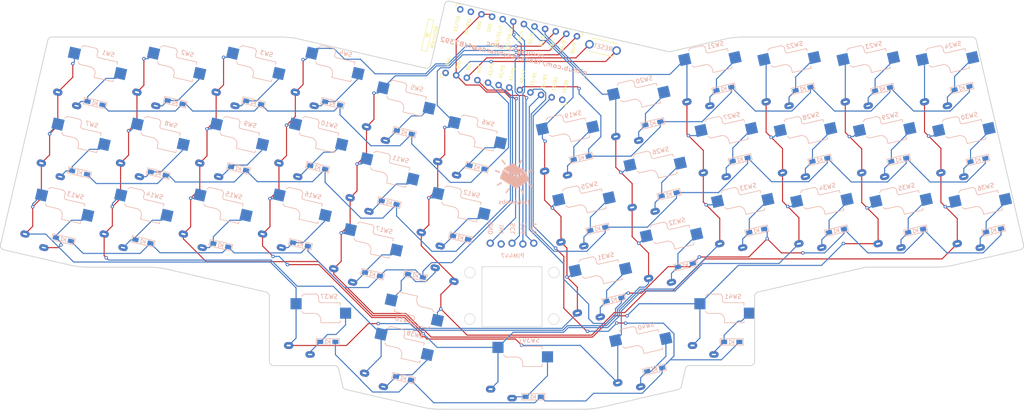
<source format=kicad_pcb>
(kicad_pcb (version 20221018) (generator pcbnew)
  (layers (0 "F.Cu" signal) (31 "B.Cu" signal) (34 "B.Paste" user) (35 "F.Paste" user) (36 "B.SilkS" user "B.Silkscreen") (37 "F.SilkS" user "F.Silkscreen") (38 "B.Mask" user) (39 "F.Mask" user) (44 "Edge.Cuts" user))
  (net 0 "")
  (net 1 "col0")
  (net 2 "col1")
  (net 3 "col2")
  (net 4 "col3")
  (net 5 "col4")
  (net 6 "col5")
  (net 7 "GND")
  (net 8 "reset")
  (net 11 "VCC")
  (net 13 "SDA")
  (net 14 "SCL")
  (net 15 "row0")
  (net 16 "Net-(D1-A)")
  (net 17 "row1")
  (net 18 "Net-(D2-A)")
  (net 19 "row2")
  (net 20 "Net-(D3-A)")
  (net 21 "row3")
  (net 22 "Net-(D4-A)")
  (net 23 "row4")
  (net 24 "Net-(D5-A)")
  (net 25 "row5")
  (net 26 "Net-(D6-A)")
  (net 27 "row6")
  (net 28 "Net-(D7-A)")
  (net 29 "Net-(D8-A)")
  (net 30 "Net-(D9-A)")
  (net 31 "Net-(D10-A)")
  (net 32 "Net-(D11-A)")
  (net 33 "Net-(D12-A)")
  (net 34 "Net-(D13-A)")
  (net 35 "Net-(D14-A)")
  (net 36 "Net-(D15-A)")
  (net 37 "Net-(D16-A)")
  (net 38 "Net-(D17-A)")
  (net 39 "Net-(D18-A)")
  (net 40 "Net-(D19-A)")
  (net 41 "Net-(D20-A)")
  (net 42 "Net-(D21-A)")
  (net 43 "Net-(D22-A)")
  (net 44 "Net-(D23-A)")
  (net 45 "Net-(D24-A)")
  (net 46 "Net-(D25-A)")
  (net 47 "Net-(D26-A)")
  (net 48 "Net-(D27-A)")
  (net 49 "Net-(D28-A)")
  (net 50 "Net-(D29-A)")
  (net 51 "Net-(D30-A)")
  (net 52 "Net-(D31-A)")
  (net 53 "Net-(D32-A)")
  (net 54 "Net-(D33-A)")
  (net 55 "Net-(D34-A)")
  (net 56 "Net-(D35-A)")
  (net 57 "Net-(D36-A)")
  (net 58 "Net-(D37-A)")
  (net 59 "Net-(D38-A)")
  (net 60 "Net-(D39-A)")
  (net 61 "Net-(D40-A)")
  (net 62 "Net-(D41-A)")
  (footprint "keyswitches:Kailh_socket_PG1350_optional_oval_1" (layer "F.Cu") (at 96.885963 89.509509 -13)
    (fp_text reference "SW16" hide)
    (fp_text value "SW_PUSH")
  )
  (footprint "keyswitches:Kailh_socket_PG1350_optional_oval_1" (layer "F.Cu") (at 78.412484 89.509509 -13)
    (fp_text reference "SW15" hide)
    (fp_text value "SW_PUSH")
  )
  (footprint "keyswitches:Kailh_socket_PG1350_optional_oval_1" (layer "F.Cu") (at 59.939012 89.509508 -13)
    (fp_text reference "SW14" hide)
    (fp_text value "SW_PUSH")
  )
  (footprint "keyswitches:Kailh_socket_PG1350_optional_oval_1" (layer "F.Cu") (at 41.465539 89.509505 -13)
    (fp_text reference "SW13" hide)
    (fp_text value "SW_PUSH")
  )
  (footprint "keyswitches:Kailh_socket_PG1350_optional_oval_1" (layer "F.Cu") (at 253.426736 72.945216 13)
    (fp_text reference "SW30" hide)
    (fp_text value "SW_PUSH")
  )
  (footprint "keyswitches:Kailh_socket_PG1350_optional_oval_1" (layer "F.Cu") (at 234.953255 72.945217 13)
    (fp_text reference "SW29" hide)
    (fp_text value "SW_PUSH")
  )
  (footprint "keyswitches:Kailh_socket_PG1350_optional_oval_1" (layer "F.Cu") (at 216.479787 72.94521 13)
    (fp_text reference "SW28" hide)
    (fp_text value "SW_PUSH")
  )
  (footprint "keyswitches:Kailh_socket_PG1350_optional_oval_1" (layer "F.Cu") (at 181.402463 81.043452 13)
    (fp_text reference "SW26" hide)
    (fp_text value "SW_PUSH")
  )
  (footprint "keyswitches:Kailh_socket_PG1350_optional_oval_1" (layer "F.Cu") (at 164.798613 89.141697 13)
    (fp_text reference "SW25" hide)
    (fp_text value "SW_PUSH")
  )
  (footprint "keyswitches:Kailh_socket_PG1350_optional_oval_1" (layer "F.Cu") (at 133.917826 89.141687 -13)
    (fp_text reference "SW12" hide)
    (fp_text value "SW_PUSH")
  )
  (footprint "keyswitches:Kailh_socket_PG1350_optional_oval_1" (layer "F.Cu") (at 160.974447 72.577404 13)
    (fp_text reference "SW19" hide)
    (fp_text value "SW_PUSH")
  )
  (footprint "keyswitches:Kailh_socket_PG1350_optional_oval_1" (layer "F.Cu") (at 198.006306 72.945218 13)
    (fp_text reference "SW27" hide)
    (fp_text value "SW_PUSH")
  )
  (footprint "keyswitches:Kailh_socket_PG1350_optional_oval_1" (layer "F.Cu") (at 117.313974 81.043452 -13)
    (fp_text reference "SW11" hide)
    (fp_text value "SW_PUSH")
  )
  (footprint "keyswitches:Kailh_socket_PG1350_optional_oval_1" (layer "F.Cu") (at 100.710128 72.945215 -13)
    (fp_text reference "SW10" hide)
    (fp_text value "SW_PUSH")
  )
  (footprint "keyswitches:Kailh_socket_PG1350_optional_oval_1" (layer "F.Cu") (at 82.236652 72.945215 -13)
    (fp_text reference "SW9" hide)
    (fp_text value "SW_PUSH")
  )
  (footprint "keyswitches:Kailh_socket_PG1350_optional_oval_1" (layer "F.Cu") (at 63.763182 72.945215 -13)
    (fp_text reference "SW8" hide)
    (fp_text value "SW_PUSH")
  )
  (footprint "keyswitches:Kailh_socket_PG1350_optional_oval_1" (layer "F.Cu") (at 45.289703 72.945211 -13)
    (fp_text reference "SW7" hide)
    (fp_text value "SW_PUSH")
  )
  (footprint "keyswitches:Kailh_socket_PG1350_optional_oval_1" (layer "F.Cu") (at 249.602562 56.380923 13)
    (fp_text reference "SW24" hide)
    (fp_text value "SW_PUSH")
  )
  (footprint "keyswitches:Kailh_socket_PG1350_optional_oval_1" (layer "F.Cu") (at 120.676806 122.005403 -13)
    (fp_text reference "SW38" hide)
    (fp_text value "SW_PUSH")
  )
  (footprint "keyswitches:Kailh_socket_PG1350_optional_oval_1" (layer "F.Cu") (at 231.12909 56.380927 13)
    (fp_text reference "SW23" hide)
    (fp_text value "SW_PUSH")
  )
  (footprint "keyswitches:Kailh_socket_PG1350_optional_oval_1" (layer "F.Cu") (at 49.113879 56.380919 -13)
    (fp_text reference "SW1" hide)
    (fp_text value "SW_PUSH")
  )
  (footprint "keyswitches:Kailh_socket_PG1350_optional_oval_1" (layer "F.Cu") (at 121.138147 64.479163 -13)
    (fp_text reference "SW5" hide)
    (fp_text value "SW_PUSH")
  )
  (footprint "keyswitches:Kailh_socket_PG1350_optional_oval_1" (layer "F.Cu") (at 104.534293 56.380928 -13)
    (fp_text reference "SW4" hide)
    (fp_text value "SW_PUSH")
  )
  (footprint "keyswitches:Kailh_socket_PG1350_optional_oval_1" (layer "F.Cu") (at 177.578294 64.479166 13)
    (fp_text reference "SW20" hide)
    (fp_text value "SW_PUSH")
  )
  (footprint "keyswitches:Kailh_socket_PG1350_optional_oval_1" (layer "F.Cu") (at 168.622783 105.70598 13)
    (fp_text reference "SW31" hide)
    (fp_text value "SW_PUSH")
  )
  (footprint "keyswitches:Kailh_socket_PG1350_optional_oval_1" (layer "F.Cu") (at 67.587344 56.380932 -13)
    (fp_text reference "SW2" hide)
    (fp_text value "SW_PUSH")
  )
  (footprint "keyswitches:Kailh_socket_PG1350_optional_oval_1" (layer "F.Cu") (at 212.655623 56.380927 13)
    (fp_text reference "SW22" hide)
    (fp_text value "SW_PUSH")
  )
  (footprint "keyswitches:Kailh_socket_PG1350_optional_oval_1" (layer "F.Cu") (at 194.182144 56.380927 13)
    (fp_text reference "SW21" hide)
    (fp_text value "SW_PUSH")
  )
  (footprint "keeblib:rev41lp_edgecutPCB" (layer "F.Cu") (at 149.358212 46.074219)
    (fp_text reference "rev41lp_edgecutPCB" hide)
    (fp_text value "rev41lp_edgecutPCB")
    (fp_line (start -118.574096 49.692873) (end -103.255744 53.229393) (stroke (width 0.2)) (layer "Edge.Cuts"))
    (fp_line (start -108.30683 0.775048) (end -119.323515 48.493552) (stroke (width 0.2)) (layer "Edge.Cuts"))
    (fp_line (start -98.756722 53.741992) (end -84.840673 53.741992) (stroke (width 0.2)) (layer "Edge.Cuts"))
    (fp_line (start -80.341652 54.25459) (end -57.380101 59.555682) (stroke (width 0.2)) (layer "Edge.Cuts"))
    (fp_line (start -56.68117 0) (end -107.33246 0) (stroke (width 0.2)) (layer "Edge.Cuts"))
    (fp_line (start -56.605052 60.530052) (end -56.605052 75.74074) (stroke (width 0.2)) (layer "Edge.Cuts"))
    (fp_line (start -55.605052 76.74074) (end -41.416042 76.74074) (stroke (width 0.2)) (layer "Edge.Cuts"))
    (fp_line (start -53.959882 0) (end -56.68117 0) (stroke (width 0.2)) (layer "Edge.Cuts"))
    (fp_line (start -40.441671 77.515789) (end -39.503394 81.579917) (stroke (width 0.2)) (layer "Edge.Cuts"))
    (fp_line (start -38.753975 82.329336) (end -21.009942 86.425869) (stroke (width 0.2)) (layer "Edge.Cuts"))
    (fp_line (start -20.183868 7.271725) (end -49.460861 0.512598) (stroke (width 0.2)) (layer "Edge.Cuts"))
    (fp_line (start -16.510921 86.938468) (end 16.510921 86.938468) (stroke (width 0.2)) (layer "Edge.Cuts"))
    (fp_line (start -15.720507 -7.615803) (end -18.984547 6.522306) (stroke (width 0.2)) (layer "Edge.Cuts"))
    (fp_line (start 21.009942 86.425869) (end 38.753975 82.329336) (stroke (width 0.2)) (layer "Edge.Cuts"))
    (fp_line (start 36.246969 3.355529) (end -14.521186 -8.365222) (stroke (width 0.2)) (layer "Edge.Cuts"))
    (fp_line (start 39.503394 81.579917) (end 40.441671 77.515789) (stroke (width 0.2)) (layer "Edge.Cuts"))
    (fp_line (start 41.416042 76.74074) (end 55.605052 76.74074) (stroke (width 0.2)) (layer "Edge.Cuts"))
    (fp_line (start 49.460861 0.512598) (end 37.146773 3.355529) (stroke (width 0.2)) (layer "Edge.Cuts"))
    (fp_line (start 56.605052 75.74074) (end 56.605052 60.530052) (stroke (width 0.2)) (layer "Edge.Cuts"))
    (fp_line (start 57.380101 59.555682) (end 82.561961 53.741992) (stroke (width 0.2)) (layer "Edge.Cuts"))
    (fp_line (start 82.561961 53.741992) (end 98.756722 53.741992) (stroke (width 0.2)) (layer "Edge.Cuts"))
    (fp_line (start 103.255744 53.229393) (end 118.574096 49.692873) (stroke (width 0.2)) (layer "Edge.Cuts"))
    (fp_line (start 107.33246 0) (end 53.959882 0) (stroke (width 0.2)) (layer "Edge.Cuts"))
    (fp_line (start 119.323515 48.493552) (end 108.30683 0.775048) (stroke (width 0.2)) (layer "Edge.Cuts"))
    (fp_arc (start -118.574096 49.692873) (mid -119.197193 49.248422) (end -119.323515 48.493552) (stroke (width 0.2)) (layer "Edge.Cuts"))
    (fp_arc (start -108.30683 0.775049) (mid -107.954975 0.217391) (end -107.33246 0) (stroke (width 0.2)) (layer "Edge.Cuts"))
    (fp_arc (start -98.756723 53.741992) (mid -101.020787 53.613429) (end -103.255744 53.229393) (stroke (width 0.2)) (layer "Edge.Cuts"))
    (fp_arc (start -84.840673 53.741991) (mid -82.576609 53.870554) (end -80.341652 54.25459) (stroke (width 0.2)) (layer "Edge.Cuts"))
    (fp_arc (start -57.380101 59.555682) (mid -56.822443 59.907537) (end -56.605052 60.530052) (stroke (width 0.2)) (layer "Edge.Cuts"))
    (fp_arc (start -55.605052 76.74074) (mid -56.312159 76.447847) (end -56.605052 75.74074) (stroke (width 0.2)) (layer "Edge.Cuts"))
    (fp_arc (start -53.959882 -0.000001) (mid -51.695818 0.128562) (end -49.460861 0.512598) (stroke (width 0.2)) (layer "Edge.Cuts"))
    (fp_arc (start -41.416042 76.740739) (mid -40.793527 76.958131) (end -40.441671 77.515789) (stroke (width 0.2)) (layer "Edge.Cuts"))
    (fp_arc (start -38.753975 82.329336) (mid -39.236131 82.062073) (end -39.503394 81.579917) (stroke (width 0.2)) (layer "Edge.Cuts"))
    (fp_arc (start -18.984547 6.522306) (mid -19.428998 7.145403) (end -20.183868 7.271725) (stroke (width 0.2)) (layer "Edge.Cuts"))
    (fp_arc (start -16.510921 86.938468) (mid -18.774985 86.809905) (end -21.009942 86.425869) (stroke (width 0.2)) (layer "Edge.Cuts"))
    (fp_arc (start -15.720507 -7.615803) (mid -15.276056 -8.2389) (end -14.521186 -8.365222) (stroke (width 0.2)) (layer "Edge.Cuts"))
    (fp_arc (start 21.009942 86.425869) (mid 18.774985 86.809904) (end 16.510921 86.938468) (stroke (width 0.2)) (layer "Edge.Cuts"))
    (fp_arc (start 37.146773 3.355529) (mid 36.696871 3.406789) (end 36.246969 3.355529) (stroke (width 0.2)) (layer "Edge.Cuts"))
    (fp_arc (start 39.503394 81.579917) (mid 39.236249 82.0622) (end 38.753975 82.329336) (stroke (width 0.2)) (layer "Edge.Cuts"))
    (fp_arc (start 40.441672 77.515789) (mid 40.793521 76.958127) (end 41.416042 76.74074) (stroke (width 0.2)) (layer "Edge.Cuts"))
    (fp_arc (start 49.460861 0.512599) (mid 51.695818 0.128562) (end 53.959882 0) (stroke (width 0.2)) (layer "Edge.Cuts"))
    (fp_arc (start 56.605052 60.530052) (mid 56.822458 59.907551) (end 57.380101 59.555682) (stroke (width 0.2)) (layer "Edge.Cuts"))
    (fp_arc (start 56.605052 75.74074) (mid 56.312089 76.447781) (end 55.605052 76.74074) (stroke (width 0.2)) (layer "Edge.Cuts"))
    (fp_arc (start 103.255743 53.229393) (mid 101.020785 53.613422) (end 98.756722 53.741992) (stroke (width 0.2)) (layer "Edge.Cuts"))
    (fp_arc (start 107.332459 0) (mid 107.954971 0.217385) (end 108.30683 0.775048) (stroke (width 0.2)) (layer "Edge.Cuts"))
    (fp_arc (start 119.323515 48.493552) (mid 119.19719 49.24841) (end 118.574096 49.692873) (stroke (width 0.2)) (layer "Edge.Cuts"))
  )
  (footprint "keyswitches:Kailh_socket_PG1350_optional_oval_1" (layer "F.Cu") (at 257.2509 89.509512 13)
    (fp_text reference "SW36" hide)
    (fp_text value "SW_PUSH")
  )
  (footprint "keyswitches:Kailh_socket_PG1350_optional_oval_1" (layer "F.Cu") (at 238.777427 89.509508 13)
    (fp_text reference "SW35" hide)
    (fp_text value "SW_PUSH")
  )
  (footprint "keyswitches:Kailh_socket_PG1350_optional_oval_1" (layer "F.Cu") (at 220.303953 89.50951 13)
    (fp_text reference "SW34" hide)
    (fp_text value "SW_PUSH")
  )
  (footprint "keyswitches:Kailh_socket_PG1350_optional_oval_1" (layer "F.Cu") (at 201.830478 89.509509 13)
    (fp_text reference "SW33" hide)
    (fp_text value "SW_PUSH")
  )
  (footprint "keyswitches:Kailh_socket_PG1350_optional_oval_1" (layer "F.Cu") (at 185.226629 97.607741 13)
    (fp_text reference "SW32" hide)
    (fp_text value "SW_PUSH")
  )
  (footprint "keyswitches:Kailh_socket_PG1350_optional_oval_1" (layer "F.Cu") (at 130.093657 105.705979 167)
    (fp_text reference "SW18" hide)
    (fp_text value "SW_PUSH")
  )
  (footprint "keyswitches:Kailh_socket_PG1350_optional_oval_1" (layer "F.Cu") (at 113.489806 97.607746 -13)
    (fp_text reference "SW17" hide)
    (fp_text value "SW_PUSH")
  )
  (footprint "keyswitches:Kailh_socket_PG1350_optional_oval_1" (layer "F.Cu") (at 86.06082 56.380927 -13)
    (fp_text reference "SW3" hide)
    (fp_text value "SW_PUSH")
  )
  (footprint "keyswitches:Kailh_socket_PG1350_optional_oval_1" (layer "F.Cu") (at 137.741993 72.577399 -13)
    (fp_text reference "SW6" hide)
    (fp_text value "SW_PUSH")
  )
  (footprint "keyswitches:Kailh_socket_PG1350_optional_oval_1" (layer "F.Cu") (at 102.253166 114.31496)
    (fp_text reference "SW37" hide)
    (fp_text value "SW_PUSH")
  )
  (footprint "keyswitches:Kailh_socket_PG1350_optional_oval_1" (layer "F.Cu") (at 178.039636 122.005407 13)
    (fp_text reference "SW40" hide)
    (fp_text value "SW_PUSH")
  )
  (footprint "keyswitches:Kailh_socket_PG1350_optional_oval_1" (layer "F.Cu") (at 196.463275 114.314959)
    (fp_text reference "SW41" hide)
    (fp_text value "SW_PUSH")
  )
  (footprint "keyswitches:Kailh_socket_PG1350_optional_oval_1" (layer "F.Cu") (at 149.358222 124.512687)
    (fp_text reference "SW39" hide)
    (fp_text value "SW_2U_PUSH")
  )
  (footprint "kbd:ProMicro_v3" (layer "F.Cu") (at 149.675814 50.281874 77)
    (fp_text reference "U1" hide)
    (fp_text value "ProMicro" hide)
  )
  (footprint "kbd:ResetSW_1side" (layer "F.Cu") (at 170.592222 48.5 167)
    (fp_text reference "RESET1" hide)
    (fp_text value "SW_PUSH")
  )
  (footprint "" (layer "F.Cu") (at 211.762222 92.49)
    (fp_text reference "")
    (fp_text value "")
  )
  (footprint "" (layer "F.Cu") (at 177.352222 103.7)
    (fp_text reference "")
    (fp_text value "")
  )
  (footprint "holykeebs:M2_HOLE_NPH" (layer "F.Cu") (at 248.542222 91.85)
    (fp_text reference "REF**" hide)
    (fp_text value "M2_HOLE_NPH" hide)
  )
  (footprint "holykeebs:M2_HOLE_NPH" (layer "F.Cu") (at 240.972222 59)
    (fp_text reference "REF**" hide)
    (fp_text value "M2_HOLE_NPH" hide)
  )
  (footprint "" (layer "F.Cu") (at 169.992222 71.62)
    (fp_text reference "")
    (fp_text value "")
  )
  (footprint "holykeebs:M2_HOLE_NPH" (layer "F.Cu") (at 165.632222 129.54)
    (fp_text reference "REF**" hide)
    (fp_text value "M2_HOLE_NPH" hide)
  )
  (footprint "pimoroni:pim447" (layer "F.Cu") (at 154.434222 93.714219 180)
    (fp_text reference "U2")
    (fp_text value "~" hide)
    (fp_line (start -1.91 -20) (end 12.09 -20) (stroke (width 0.15)) (layer "Edge.Cuts"))
    (fp_line (start -1.91 -6) (end -1.91 -20) (stroke (width 0.15)) (layer "Edge.Cuts"))
    (fp_line (start 12.09 -20) (end 12.09 -6) (stroke (width 0.15)) (layer "Edge.Cuts"))
    (fp_line (start 12.09 -6) (end -1.91 -6) (stroke (width 0.15)) (layer "Edge.Cuts"))
    (fp_circle (center -4.68 -7.35) (end -3.43 -7.35) (stroke (width 0.12)) (fill none) (layer "Edge.Cuts"))
    (fp_circle (center -4.66 -18.25) (end -3.41 -18.25) (stroke (width 0.12)) (fill none) (layer "Edge.Cuts"))
    (fp_circle (center 14.92 -7.35) (end 16.17 -7.35) (stroke (width 0.12)) (fill none) (layer "Edge.Cuts"))
    (fp_circle (center 14.94 -18.25) (end 16.19 -18.25) (stroke (width 0.12)) (fill none) (layer "Edge.Cuts"))
  )
  (footprint "" (layer "F.Cu") (at 204.072222 59.13)
    (fp_text reference "")
    (fp_text value "")
  )
  (footprint "kbd:D3_SMD_v2" (layer "B.Cu") (at 126.832222 101.82 167)
    (fp_text reference "D18" hide)
    (fp_text value "1N4148W" hide)
  )
  (footprint "kbd:D3_SMD_v2" (layer "B.Cu") (at 100.002222 94.49 167)
    (fp_text reference "D16" hide)
    (fp_text value "1N4148W" hide)
  )
  (footprint "kbd:D3_SMD_v2" (layer "B.Cu") (at 81.412222 94.69 167)
    (fp_text reference "D15" hide)
    (fp_text value "1N4148W" hide)
  )
  (footprint "kbd:D3_SMD_v2" (layer "B.Cu") (at 63.272222 93.82 167)
    (fp_text reference "D14" hide)
    (fp_text value "1N4148W" hide)
  )
  (footprint "kbd:D3_SMD_v2" (layer "B.Cu") (at 44.712222 93.34 167)
    (fp_text reference "D13" hide)
    (fp_text value "1N4148W" hide)
  )
  (footprint "kbd:D3_SMD_v2" (layer "B.Cu") (at 258.052222 74.8 -167)
    (fp_text reference "D30" hide)
    (fp_text value "1N4148W" hide)
  )
  (footprint "kbd:D3_SMD_v2" (layer "B.Cu") (at 239.582222 74.73 -167)
    (fp_text reference "D29" hide)
    (fp_text value "1N4148W" hide)
  )
  (footprint "kbd:D3_SMD_v2" (layer "B.Cu") (at 221.182222 74.73 -167)
    (fp_text reference "D28" hide)
    (fp_text value "1N4148W" hide)
  )
  (footprint "kbd:D3_SMD_v2" (layer "B.Cu") (at 202.582222 74.66 -167)
    (fp_text reference "D27" hide)
    (fp_text value "1N4148W" hide)
  )
  (footprint "kbd:D3_SMD_v2" (layer "B.Cu") (at 186.002222 82.8 -167)
    (fp_text reference "D26" hide)
    (fp_text value "1N4148W" hide)
  )
  (footprint "kbd:D3_SMD_v2" (layer "B.Cu") (at 169.362222 90.88 -167)
    (fp_text reference "D25" hide)
    (fp_text value "1N4148W" hide)
  )
  (footprint "kbd:D3_SMD_v2" (layer "B.Cu") (at 137.342222 92.92 167)
    (fp_text reference "D12" hide)
    (fp_text value "1N4148W" hide)
  )
  (footprint "kbd:D3_SMD_v2" (layer "B.Cu") (at 120.692222 84.74 167)
    (fp_text reference "D11" hide)
    (fp_text value "1N4148W" hide)
  )
  (footprint "kbd:D3_SMD_v2" (layer "B.Cu") (at 104.022222 76.51 167)
    (fp_text reference "D10" hide)
    (fp_text value "1N4148W" hide)
  )
  (footprint "kbd:D3_SMD_v2" (layer "B.Cu") (at 85.562222 76.79 167)
    (fp_text reference "D9" hide)
    (fp_text value "1N4148W" hide)
  )
  (footprint "kbd:D3_SMD_v2" (layer "B.Cu") (at 66.832222 77.97 167)
    (fp_text reference "D8" hide)
    (fp_text value "1N4148W" hide)
  )
  (footprint "kbd:D3_SMD_v2" (layer "B.Cu") (at 48.472222 77.73 167)
    (fp_text reference "D7" hide)
    (fp_text value "1N4148W" hide)
  )
  (footprint "kbd:D3_SMD_v2" (layer "B.Cu") (at 254.332222 58.01 -167)
    (fp_text reference "D24" hide)
    (fp_text value "1N4148W" hide)
  )
  (footprint "kbd:D3_SMD_v2" (layer "B.Cu") (at 235.792222 58.22 -167)
    (fp_text reference "D23" hide)
    (fp_text value "1N4148W" hide)
  )
  (footprint "kbd:D3_SMD_v2" (layer "B.Cu") (at 217.252222 58.15 -167)
    (fp_text reference "D22" hide)
    (fp_text value "1N4148W" hide)
  )
  (footprint "kbd:D3_SMD_v2" (layer "B.Cu") (at 198.782222 58.15 -167)
    (fp_text reference "D21" hide)
    (fp_text value "1N4148W" hide)
  )
  (footprint "kbd:D3_SMD_v2" (layer "B.Cu") (at 182.212222 66.23 -167)
    (fp_text reference "D20" hide)
    (fp_text value "1N4148W" hide)
  )
  (footprint "kbd:D3_SMD_v2" (layer "B.Cu") (at 165.502222 74.3 -167)
    (fp_text reference "D19" hide)
    (fp_text value "1N4148W" hide)
  )
  (footprint "kbd:D3_SMD_v2" (layer "B.Cu") (at 141.182222 76.49 167)
    (fp_text reference "D6" hide)
    (fp_text value "1N4148W" hide)
  )
  (footprint "kbd:D3_SMD_v2" (layer "B.Cu") (at 124.232222 68.31 167)
    (fp_text reference "D5" hide)
    (fp_text value "1N4148W" hide)
  )
  (footprint "kbd:D3_SMD_v2" (layer "B.Cu") (at 107.502222 61.55 167)
    (fp_text reference "D4" hide)
    (fp_text value "1N4148W" hide)
  )
  (footprint "kbd:D3_SMD_v2" (layer "B.Cu") (at 89.082222 61.38 167)
    (fp_text reference "D3" hide)
    (fp_text value "1N4148W" hide)
  )
  (footprint "kbd:D3_SMD_v2" (layer "B.Cu") (at 70.762222 61.29 167)
    (fp_text reference "D2" hide)
    (fp_text value "1N4148W" hide)
  )
  (footprint "kbd:D3_SMD_v2" (layer "B.Cu") (at 52.072222 61.52 167)
    (fp_text reference "D1" hide)
    (fp_text value "1N4148W" hide)
  )
  (footprint "kbd:D3_SMD_v2" (layer "B.Cu") (at 200.612222 117.28 180)
    (fp_text reference "D41" hide)
    (fp_text value "1N4148W" hide)
  )
  (footprint "kbd:D3_SMD_v2" (layer "B.Cu") (at 182.632222 123.74 -167)
    (fp_text reference "D40" hide)
    (fp_text value "1N4148W" hide)
  )
  (footprint "kbd:D3_SMD_v2" (layer "B.Cu") (at 154.302222 130.09 180)
    (fp_text reference "D39" hide)
    (fp_text value "1N4148W" hide)
  )
  (footprint "kbd:D3_SMD_v2" (layer "B.Cu") (at 124.042222 125.76 167)
    (fp_text reference "D38" hide)
    (fp_text value "1N4148W" hide)
  )
  (footprint "kbd:D3_SMD_v2" (layer "B.Cu") (at 106.382222 117.26 180)
    (fp_text reference "D37" hide)
    (fp_text value "1N4148W" hide)
  )
  (footprint "kbd:D3_SMD_v2" (layer "B.Cu") (at 261.702222 91.23 -167)
    (fp_text reference "D36" hide)
    (fp_text value "1N4148W" hide)
  )
  (footprint "kbd:D3_SMD_v2" (layer "B.Cu") (at 243.512222 91.3 -167)
    (fp_text reference "D35" hide)
    (fp_text value "1N4148W" hide)
  )
  (footprint "kbd:D3_SMD_v2" (layer "B.Cu") (at 225.052222 91.3 -167)
    (fp_text reference "D34" hide)
    (fp_text value "1N4148W" hide)
  )
  (footprint "kbd:D3_SMD_v2" (layer "B.Cu") (at 206.442222 91.3 -167)
    (fp_text reference "D33" hide)
    (fp_text value "1N4148W" hide)
  )
  (footprint "kbd:D3_SMD_v2" (layer "B.Cu") (at 189.792222 99.37 -167)
    (fp_text reference "D32" hide)
    (fp_text value "1N4148W" hide)
  )
  (footprint "kbd:D3_SMD_v2" (layer "B.Cu") (at 173.152222 107.38 -167)
    (fp_text reference "D31" hide)
    (fp_text value "1N4148W" hide)
  )
  (footprint "kbd:D3_SMD_v2" (layer "B.Cu") (at 116.812222 101.47 167)
    (fp_text reference "D17" hide)
    (fp_text value "1N4148W" hide)
  )
  (footprint "holykeebs:M2_HOLE_NPH" (layer "B.Cu") (at 133.084204 129.54 180)
    (fp_text reference "REF**" hide)
    (fp_text value "M2_HOLE_NPH" hide)
  )
  (footprint "" (layer "B.Cu") (at 121.364204 103.7 180)
    (fp_text reference "")
    (fp_text value "")
  )
  (footprint "holykeebs:M2_HOLE_NPH" (layer "B.Cu") (at 50.174204 91.85 180)
    (fp_text reference "REF**" hide)
    (fp_text value "M2_HOLE_NPH" hide)
  )
  (footprint "holykeebs:logo .5x" (layer "B.Cu") (at 149.772222 79.58 180)
    (fp_text reference "REF**" hide)
    (fp_text value "logo big" hide)
  )
  (footprint "" (layer "B.Cu") (at 94.644204 59.13 180)
    (fp_text reference "")
    (fp_text value "")
  )
  (footprint "holykeebs:M2_HOLE_NPH" (layer "B.Cu") (at 57.744204 59 180)
    (fp_text reference "REF**" hide)
    (fp_text value "M2_HOLE_NPH" hide)
  )
  (footprint "" (layer "B.Cu") (at 86.954204 92.49 180)
    (fp_text reference "")
    (fp_text value "")
  )
  (footprint "" (layer "B.Cu") (at 128.724204 71.62 180)
    (fp_text reference "")
    (fp_text value "")
  )
  (gr_text "reviung41 choc\ngithub.com/idank/keyboards@fd87392" (at 149.952222 49.75 347) (layer "B.SilkS") (effects (font (size 1 1.2) (thickness 0.2)) (justify mirror)))
  (segment (start 156.957411 70.534811) (end 157.072222 70.42) (width 0.25) (layer "F.Cu") (net 1))
  (segment (start 162.172222 102.08) (end 162.162222 102.09) (width 0.25) (layer "F.Cu") (net 1))
  (segment (start 156.957411 84.165189) (end 158.792222 86) (width 0.25) (layer "F.Cu") (net 1))
  (segment (start 39.563039 83.709183) (end 37.532222 85.74) (width 0.25) (layer "F.Cu") (net 1))
  (segment (start 160.781577 87.989355) (end 158.792222 86) (width 0.25) (layer "F.Cu") (net 1))
  (segment (start 46.892222 55.453763) (end 46.892222 52.28) (width 0.25) (layer "F.Cu") (net 1))
  (segment (start 35.738875 92.087356) (end 37.532222 90.294009) (width 0.25) (layer "F.Cu") (net 1))
  (segment (start 37.532222 90.294009) (end 37.532222 85.74) (width 0.25) (layer "F.Cu") (net 1))
  (segment (start 160.781577 93.969059) (end 160.781577 87.989355) (width 0.25) (layer "F.Cu") (net 1))
  (segment (start 39.563039 75.523062) (end 41.482222 73.603879) (width 0.25) (layer "F.Cu") (net 1))
  (segment (start 160.781577 93.969059) (end 162.172222 95.359704) (width 0.25) (layer "F.Cu") (net 1))
  (segment (start 43.387215 58.95877) (end 43.387215 66.785007) (width 0.25) (layer "F.Cu") (net 1))
  (segment (start 110.737262 118.11496) (end 97.253166 118.11496) (width 0.25) (layer "F.Cu") (net 1))
  (segment (start 43.387215 58.95877) (end 46.892222 55.453763) (width 0.25) (layer "F.Cu") (net 1))
  (segment (start 162.172222 95.359704) (end 162.172222 102.08) (width 0.25) (layer "F.Cu") (net 1))
  (segment (start 41.482222 73.603879) (end 41.482222 68.69) (width 0.25) (layer "F.Cu") (net 1))
  (segment (start 115.852222 113) (end 110.737262 118.11496) (width 0.25) (layer "F.Cu") (net 1))
  (segment (start 164.605747 110.533342) (end 164.605747 104.533525) (width 0.25) (layer "F.Cu") (net 1))
  (segment (start 164.605747 104.533525) (end 162.162222 102.09) (width 0.25) (layer "F.Cu") (net 1))
  (segment (start 39.563039 75.523062) (end 39.563039 83.709183) (width 0.25) (layer "F.Cu") (net 1))
  (segment (start 118.152222 113) (end 115.852222 113) (width 0.25) (layer "F.Cu") (net 1))
  (segment (start 156.957411 77.404766) (end 156.957411 84.165189) (width 0.25) (layer "F.Cu") (net 1))
  (segment (start 43.387215 66.785007) (end 41.482222 68.69) (width 0.25) (layer "F.Cu") (net 1))
  (segment (start 156.957411 77.404766) (end 156.957411 70.534811) (width 0.25) (layer "F.Cu") (net 1))
  (via (at 118.152222 113) (size 0.8) (drill 0.4) (layers "F.Cu" "B.Cu") (net 1))
  (via (at 37.532222 85.74) (size 0.8) (drill 0.4) (layers "F.Cu" "B.Cu") (net 1))
  (via (at 46.892222 52.28) (size 0.8) (drill 0.4) (layers "F.Cu" "B.Cu") (net 1))
  (via (at 158.792222 86) (size 0.8) (drill 0.4) (layers "F.Cu" "B.Cu") (net 1))
  (via (at 162.162222 102.09) (size 0.8) (drill 0.4) (layers "F.Cu" "B.Cu") (net 1))
  (via (at 157.072222 70.42) (size 0.8) (drill 0.4) (layers "F.Cu" "B.Cu") (net 1))
  (via (at 41.482222 68.69) (size 0.8) (drill 0.4) (layers "F.Cu" "B.Cu") (net 1))
  (segment (start 41.86318 93.390958) (end 40.559578 92.087356) (width 0.25) (layer "B.Cu") (net 1))
  (segment (start 162.162222 102.09) (end 162.648455 102.09) (width 0.25) (layer "B.Cu") (net 1))
  (segment (start 156.444926 69.792704) (end 156.444926 67.516617) (width 0.25) (layer "B.Cu") (net 1))
  (segment (start 161.014776 114.124313) (end 164.605747 110.533342) (width 0.25) (layer "B.Cu") (net 1))
  (segment (start 156.444926 67.516617) (end 157.519321 66.442222) (width 0.25) (layer "B.Cu") (net 1))
  (segment (start 157.22643 46.865792) (end 155.959302 46.865792) (width 0.25) (layer "B.Cu") (net 1))
  (segment (start 41.482222 68.365872) (end 43.4371 66.410994) (width 0.25) (layer "B.Cu") (net 1))
  (segment (start 118.152222 113) (end 125.552222 113) (width 0.25) (layer "B.Cu") (net 1))
  (segment (start 41.482222 68.69) (end 41.482222 68.365872) (width 0.25) (layer "B.Cu") (net 1))
  (segment (start 125.552222 113) (end 126.676535 114.124313) (width 0.25) (layer "B.Cu") (net 1))
  (segment (start 40.559578 92.087356) (end 35.738875 92.087356) (width 0.25) (layer "B.Cu") (net 1))
  (segment (start 163.592222 53.231584) (end 157.22643 46.865792) (width 0.25) (layer "B.Cu") (net 1))
  (segment (start 163.592222 60.172018) (end 163.592222 53.231584) (width 0.25) (layer "B.Cu") (net 1))
  (segment (start 157.072222 70.42) (end 156.444926 69.792704) (width 0.25) (layer "B.Cu") (net 1))
  (segment (start 42.382585 93.910363) (end 42.368492 93.910363) (width 0.25) (layer "B.Cu") (net 1))
  (segment (start 98.978166 116.38996) (end 97.253166 118.11496) (width 0.25) (layer "B.Cu") (net 1))
  (segment (start 158.792222 85.55778) (end 160.269092 84.08091) (width 0.25) (layer "B.Cu") (net 1))
  (segment (start 92.952222 98.62) (end 47.092222 98.62) (width 0.25) (layer "B.Cu") (net 1))
  (segment (start 41.86318 93.405051) (end 41.86318 93.390958) (width 0.25) (layer "B.Cu") (net 1))
  (segment (start 164.093262 100.645193) (end 164.605747 101.157678) (width 0.25) (layer "B.Cu") (net 1))
  (segment (start 47.092222 98.62) (end 42.382585 93.910363) (width 0.25) (layer "B.Cu") (net 1))
  (segment (start 155.959302 46.865792) (end 152.130476 43.036966) (width 0.25) (layer "B.Cu") (net 1))
  (segment (start 37.532222 85.056002) (end 39.612936 82.975288) (width 0.25) (layer "B.Cu") (net 1))
  (segment (start 156.444926 67.516617) (end 156.444926 67.319314) (width 0.25) (layer "B.Cu") (net 1))
  (segment (start 126.676535 114.124313) (end 161.014776 114.124313) (width 0.25) (layer "B.Cu") (net 1))
  (segment (start 158.792222 86) (end 158.792222 85.55778) (width 0.25) (layer "B.Cu") (net 1))
  (segment (start 156.444926 67.319314) (end 163.592222 60.172018) (width 0.25) (layer "B.Cu") (net 1))
  (segment (start 98.978166 108.36496) (end 98.978166 104.645944) (width 0.25) (layer "B.Cu") (net 1))
  (segment (start 98.978166 108.36496) (end 98.978166 116.38996) (width 0.25) (layer "B.Cu") (net 1))
  (segment (start 98.978166 104.645944) (end 92.952222 98.62) (width 0.25) (layer "B.Cu") (net 1))
  (segment (start 42.368492 93.910363) (end 41.86318 93.405051) (width 0.25) (layer "B.Cu") (net 1))
  (segment (start 162.648455 102.09) (end 164.093262 100.645193) (width 0.25) (layer "B.Cu") (net 1))
  (segment (start 46.892222 52.28) (end 47.261276 51.910946) (width 0.25) (layer "B.Cu") (net 1))
  (segment (start 37.532222 85.74) (end 37.532222 85.056002) (width 0.25) (layer "B.Cu") (net 1))
  (segment (start 47.261276 51.910946) (end 47.261276 49.846702) (width 0.25) (layer "B.Cu") (net 1))
  (segment (start 54.212348 92.087359) (end 56.122222 90.177485) (width 0.25) (layer "F.Cu") (net 2))
  (segment (start 54.212348 97.160126) (end 54.212348 92.087359) (width 0.25) (layer "F.Cu") (net 2))
  (segment (start 58.036518 75.523066) (end 59.902222 73.657362) (width 0.25) (layer "F.Cu") (net 2))
  (segment (start 56.122222 90.177485) (end 56.122222 85.69) (width 0.25) (layer "F.Cu") (net 2))
  (segment (start 173.561258 69.306528) (end 173.561258 76.489036) (width 0.25) (layer "F.Cu") (net 2))
  (segment (start 59.902222 73.657362) (end 59.902222 67.96) (width 0.25) (layer "F.Cu") (net 2))
  (segment (start 177.385427 85.870814) (end 177.385427 80.313205) (width 0.25) (layer "F.Cu") (net 2))
  (segment (start 58.036518 83.775704) (end 56.122222 85.69) (width 0.25) (layer "F.Cu") (net 2))
  (segment (start 61.86068 58.958783) (end 61.86068 66.001542) (width 0.25) (layer "F.Cu") (net 2))
  (segment (start 63.472222 57.347241) (end 63.472222 51.12) (width 0.25) (layer "F.Cu") (net 2))
  (segment (start 173.561258 76.489036) (end 174.742222 77.67) (width 0.25) (layer "F.Cu") (net 2))
  (segment (start 177.385427 80.313205) (end 174.742222 77.67) (width 0.25) (layer "F.Cu") (net 2))
  (segment (start 61.86068 58.958783) (end 63.472222 57.347241) (width 0.25) (layer "F.Cu") (net 2))
  (segment (start 54.672222 97.62) (end 54.212348 97.160126) (width 0.25) (layer "F.Cu") (net 2))
  (segment (start 181.209593 102.435103) (end 181.209593 96.517371) (width 0.25) (layer "F.Cu") (net 2))
  (segment (start 177.385427 92.693205) (end 178.912222 94.22) (width 0.25) (layer "F.Cu") (net 2))
  (segment (start 177.385427 85.870814) (end 177.385427 92.693205) (width 0.25) (layer "F.Cu") (net 2))
  (segment (start 61.86068 66.001542) (end 59.902222 67.96) (width 0.25) (layer "F.Cu") (net 2))
  (segment (start 58.036518 75.523066) (end 58.036518 83.775704) (width 0.25) (layer "F.Cu") (net 2))
  (segment (start 181.209593 96.517371) (end 178.912222 94.22) (width 0.25) (layer "F.Cu") (net 2))
  (via (at 63.472222 51.12) (size 0.8) (drill 0.4) (layers "F.Cu" "B.Cu") (net 2))
  (via (at 178.912222 94.22) (size 0.8) (drill 0.4) (layers "F.Cu" "B.Cu") (net 2))
  (via (at 56.122222 85.69) (size 0.8) (drill 0.4) (layers "F.Cu" "B.Cu") (net 2))
  (via (at 54.672222 97.62) (size 0.8) (drill 0.4) (layers "F.Cu" "B.Cu") (net 2))
  (via (at 59.902222 67.96) (size 0.8) (drill 0.4) (layers "F.Cu" "B.Cu") (net 2))
  (via (at 174.742222 77.67) (size 0.8) (drill 0.4) (layers "F.Cu" "B.Cu") (net 2))
  (segment (start 179.024062 94.22) (end 180.697108 92.546954) (width 0.25) (layer "B.Cu") (net 2))
  (segment (start 55.222222 98.17) (end 54.672222 97.62) (width 0.25) (layer "B.Cu") (net 2))
  (segment (start 59.902222 67.96) (end 60.361577 67.96) (width 0.25) (layer "B.Cu") (net 2))
  (segment (start 175.185607 77.67) (end 176.872942 75.982665) (width 0.25) (layer "B.Cu") (net 2))
  (segment (start 173.954855 109.689841) (end 179.154696 104.49) (width 0.25) (layer "B.Cu") (net 2))
  (segment (start 170.415413 59.418379) (end 154.605376 43.608342) (width 0.25) (layer "B.Cu") (net 2))
  (segment (start 56.122222 84.939478) (end 58.086409 82.975291) (width 0.25) (layer "B.Cu") (net 2))
  (segment (start 161.201172 114.574313) (end 162.285485 113.49) (width 0.25) (layer "B.Cu") (net 2))
  (segment (start 173.048773 59.418379) (end 170.415413 59.418379) (width 0.25) (layer "B.Cu") (net 2))
  (segment (start 119.962488 114.332901) (end 126.248727 114.332901) (width 0.25) (layer "B.Cu") (net 2))
  (segment (start 174.742222 77.67) (end 175.185607 77.67) (width 0.25) (layer "B.Cu") (net 2))
  (segment (start 118.824203 115.471186) (end 107.623017 104.27) (width 0.25) (layer "B.Cu") (net 2))
  (segment (start 114.950142 124.583254) (end 118.824203 120.709193) (width 0.25) (layer "B.Cu") (net 2))
  (segment (start 56.122222 85.69) (end 56.122222 84.939478) (width 0.25) (layer "B.Cu") (net 2))
  (segment (start 173.954855 110.907367) (end 173.954855 109.689841) (width 0.25) (layer "B.Cu") (net 2))
  (segment (start 102.392222 104.27) (end 99.238618 104.27) (width 0.25) (layer "B.Cu") (net 2))
  (segment (start 118.824203 115.471186) (end 119.962488 114.332901) (width 0.25) (layer "B.Cu") (net 2))
  (segment (start 93.138618 98.17) (end 89.782222 98.17) (width 0.25) (layer "B.Cu") (net 2))
  (segment (start 126.248727 114.332901) (end 126.490139 114.574313) (width 0.25) (layer "B.Cu") (net 2))
  (segment (start 178.912222 94.22) (end 179.024062 94.22) (width 0.25) (layer "B.Cu") (net 2))
  (segment (start 60.361577 67.96) (end 61.910579 66.410998) (width 0.25) (layer "B.Cu") (net 2))
  (segment (start 126.490139 114.574313) (end 161.201172 114.574313) (width 0.25) (layer "B.Cu") (net 2))
  (segment (start 118.824203 120.709193) (end 118.824203 115.471186) (width 0.25) (layer "B.Cu") (net 2))
  (segment (start 89.782222 98.17) (end 57.382222 98.17) (width 0.25) (layer "B.Cu") (net 2))
  (segment (start 57.382222 98.17) (end 55.222222 98.17) (width 0.25) (layer "B.Cu") (net 2))
  (segment (start 63.472222 51.12) (end 64.461456 51.12) (width 0.25) (layer "B.Cu") (net 2))
  (segment (start 94.28042 99.311802) (end 93.138618 98.17) (width 0.25) (layer "B.Cu") (net 2))
  (segment (start 107.623017 104.27) (end 102.392222 104.27) (width 0.25) (layer "B.Cu") (net 2))
  (segment (start 64.461456 51.12) (end 65.734741 49.846715) (width 0.25) (layer "B.Cu") (net 2))
  (segment (start 180.372222 104.49) (end 181.209593 103.652629) (width 0.25) (layer "B.Cu") (net 2))
  (segment (start 99.238618 104.27) (end 94.28042 99.311802) (width 0.25) (layer "B.Cu") (net 2))
  (segment (start 162.285485 113.49) (end 171.372222 113.49) (width 0.25) (layer "B.Cu") (net 2))
  (segment (start 171.372222 113.49) (end 173.954855 110.907367) (width 0.25) (layer "B.Cu") (net 2))
  (segment (start 179.154696 104.49) (end 180.372222 104.49) (width 0.25) (layer "B.Cu") (net 2))
  (segment (start 173.561258 69.306528) (end 173.561258 59.930864) (width 0.25) (layer "B.Cu") (net 2))
  (segment (start 181.209593 103.652629) (end 181.209593 102.435103) (width 0.25) (layer "B.Cu") (net 2))
  (segment (start 173.561258 59.930864) (end 173.048773 59.418379) (width 0.25) (layer "B.Cu") (net 2))
  (segment (start 72.68582 92.08736) (end 72.68582 93.204845) (width 0.25) (layer "F.Cu") (net 3))
  (segment (start 80.334156 65.398066) (end 78.202222 67.53) (width 0.25) (layer "F.Cu") (net 3))
  (segment (start 124.447222 111.125) (end 128.662222 115.34) (width 0.25) (layer "F.Cu") (net 3))
  (segment (start 80.334156 58.958778) (end 82.062222 57.230712) (width 0.25) (layer "F.Cu") (net 3))
  (segment (start 96.661917 98.505) (end 104.207222 98.505) (width 0.25) (layer "F.Cu") (net 3))
  (segment (start 96.636917 98.53) (end 96.661917 98.505) (width 0.25) (layer "F.Cu") (net 3))
  (segment (start 74.382222 90.390958) (end 74.382222 83.72) (width 0.25) (layer "F.Cu") (net 3))
  (segment (start 197.813442 88.43122) (end 197.813442 94.336871) (width 0.25) (layer "F.Cu") (net 3))
  (segment (start 78.010975 98.53) (end 96.636917 98.53) (width 0.25) (layer "F.Cu") (net 3))
  (segment (start 76.509988 75.523066) (end 76.509988 81.592234) (width 0.25) (layer "F.Cu") (net 3))
  (segment (start 193.98927 72.567048) (end 193.98927 77.77258) (width 0.25) (layer "F.Cu") (net 3))
  (segment (start 76.509988 75.523066) (end 78.202222 73.830832) (width 0.25) (layer "F.Cu") (net 3))
  (segment (start 72.68582 93.204845) (end 78.010975 98.53) (width 0.25) (layer "F.Cu") (net 3))
  (segment (start 82.062222 57.230712) (end 82.062222 50.82) (width 0.25) (layer "F.Cu") (net 3))
  (segment (start 194.642222 85.26) (end 193.98927 84.607048) (width 0.25) (layer "F.Cu") (net 3))
  (segment (start 76.509988 81.592234) (end 74.382222 83.72) (width 0.25) (layer "F.Cu") (net 3))
  (segment (start 190.512222 69.09) (end 190.165108 68.742886) (width 0.25) (layer "F.Cu") (net 3))
  (segment (start 104.207222 98.505) (end 116.827222 111.125) (width 0.25) (layer "F.Cu") (net 3))
  (segment (start 72.68582 92.08736) (end 74.382222 90.390958) (width 0.25) (layer "F.Cu") (net 3))
  (segment (start 190.165108 68.742886) (end 190.165108 61.208289) (width 0.25) (layer "F.Cu") (net 3))
  (segment (start 190.512222 69.09) (end 193.98927 72.567048) (width 0.25) (layer "F.Cu") (net 3))
  (segment (start 78.202222 73.830832) (end 78.202222 67.53) (width 0.25) (layer "F.Cu") (net 3))
  (segment (start 194.642222 85.26) (end 197.813442 88.43122) (width 0.25) (layer "F.Cu") (net 3))
  (segment (start 116.827222 111.125) (end 124.447222 111.125) (width 0.25) (layer "F.Cu") (net 3))
  (segment (start 80.334156 58.958778) (end 80.334156 65.398066) (width 0.25) (layer "F.Cu") (net 3))
  (segment (start 193.98927 84.607048) (end 193.98927 77.77258) (width 0.25) (layer "F.Cu") (net 3))
  (via (at 190.512222 69.09) (size 0.8) (drill 0.4) (layers "F.Cu" "B.Cu") (net 3))
  (via (at 128.662222 115.34) (size 0.8) (drill 0.4) (layers "F.Cu" "B.Cu") (net 3))
  (via (at 78.202222 67.53) (size 0.8) (drill 0.4) (layers "F.Cu" "B.Cu") (net 3))
  (via (at 194.642222 85.26) (size 0.8) (drill 0.4) (layers "F.Cu" "B.Cu") (net 3))
  (via (at 74.382222 83.72) (size 0.8) (drill 0.4) (layers "F.Cu" "B.Cu") (net 3))
  (via (at 82.062222 50.82) (size 0.8) (drill 0.4) (layers "F.Cu" "B.Cu") (net 3))
  (segment (start 161.387568 115.024313) (end 149.621596 115.024313) (width 0.25) (layer "B.Cu") (net 3))
  (segment (start 174.404855 109.876237) (end 174.404855 111.207367) (width 0.25) (layer "B.Cu") (net 3))
  (segment (start 179.341092 104.94) (end 174.404855 109.876237) (width 0.25) (layer "B.Cu") (net 3))
  (segment (start 192.271216 69.09) (end 193.476785 67.884431) (width 0.25) (layer "B.Cu") (net 3))
  (segment (start 82.062222 50.82) (end 83.234927 50.82) (width 0.25) (layer "B.Cu") (net 3))
  (segment (start 74.382222 83.72) (end 75.815173 83.72) (width 0.25) (layer "B.Cu") (net 3))
  (segment (start 190.165108 51.832625) (end 189.652623 51.32014) (width 0.25) (layer "B.Cu") (net 3))
  (segment (start 196.489679 85.26) (end 197.300957 84.448722) (width 0.25) (layer "B.Cu") (net 3))
  (segment (start 166.442826 54.809396) (end 157.080276 45.446846) (width 0.25) (layer "B.Cu") (net 3))
  (segment (start 189.652623 51.32014) (end 186.163367 54.809396) (width 0.25) (layer "B.Cu") (net 3))
  (segment (start 174.404855 111.207367) (end 171.672222 113.94) (width 0.25) (layer "B.Cu") (net 3))
  (segment (start 197.813442 94.336871) (end 187.210313 104.94) (width 0.25) (layer "B.Cu") (net 3))
  (segment (start 79.265047 67.53) (end 80.384049 66.410998) (width 0.25) (layer "B.Cu") (net 3))
  (segment (start 78.202222 67.53) (end 79.265047 67.53) (width 0.25) (layer "B.Cu") (net 3))
  (segment (start 186.163367 54.809396) (end 166.442826 54.809396) (width 0.25) (layer "B.Cu") (net 3))
  (segment (start 157.080276 45.446846) (end 157.080276 44.179718) (width 0.25) (layer "B.Cu") (net 3))
  (segment (start 162.471881 113.94) (end 161.387568 115.024313) (width 0.25) (layer "B.Cu") (net 3))
  (segment (start 190.165108 61.208289) (end 190.165108 51.832625) (width 0.25) (layer "B.Cu") (net 3))
  (segment (start 128.662222 115.34) (end 131.884909 118.562687) (width 0.25) (layer "B.Cu") (net 3))
  (segment (start 194.642222 85.26) (end 196.489679 85.26) (width 0.25) (layer "B.Cu") (net 3))
  (segment (start 131.884909 118.562687) (end 146.083222 118.562687) (width 0.25) (layer "B.Cu") (net 3))
  (segment (start 190.512222 69.09) (end 192.271216 69.09) (width 0.25) (layer "B.Cu") (net 3))
  (segment (start 146.083222 126.587687) (end 146.083222 118.562687) (width 0.25) (layer "B.Cu") (net 3))
  (segment (start 171.672222 113.94) (end 162.471881 113.94) (width 0.25) (layer "B.Cu") (net 3))
  (segment (start 187.210313 104.94) (end 179.341092 104.94) (width 0.25) (layer "B.Cu") (net 3))
  (segment (start 83.234927 50.82) (end 84.208217 49.84671) (width 0.25) (layer "B.Cu") (net 3))
  (segment (start 144.358222 128.312687) (end 146.083222 126.587687) (width 0.25) (layer "B.Cu") (net 3))
  (segment (start 75.815173 83.72) (end 76.559881 82.975292) (width 0.25) (layer "B.Cu") (net 3))
  (segment (start 149.621596 115.024313) (end 146.083222 118.562687) (width 0.25) (layer "B.Cu") (net 3))
  (segment (start 212.462751 84.440529) (end 213.662222 85.64) (width 0.25) (layer "F.Cu") (net 4))
  (segment (start 104.295826 99.23) (end 96.962222 99.23) (width 0.25) (layer "F.Cu") (net 4))
  (segment (start 216.286917 94.336872) (end 216.286917 88.264695) (width 0.25) (layer "F.Cu") (net 4))
  (segment (start 216.286917 88.264695) (end 213.662222 85.64) (width 0.25) (layer "F.Cu") (net 4))
  (segment (start 94.983464 75.523066) (end 96.752222 73.754308) (width 0.25) (layer "F.Cu") (net 4))
  (segment (start 98.807629 58.958779) (end 98.807629 64.614593) (width 0.25) (layer "F.Cu") (net 4))
  (segment (start 124.260826 111.575) (end 116.640826 111.575) (width 0.25) (layer "F.Cu") (net 4))
  (segment (start 91.159299 92.08736) (end 92.892222 90.354437) (width 0.25) (layer "F.Cu") (net 4))
  (segment (start 127.937222 115.251396) (end 124.260826 111.575) (width 0.25) (layer "F.Cu") (net 4))
  (segment (start 128.962527 116.065) (end 128.361917 116.065) (width 0.25) (layer "F.Cu") (net 4))
  (segment (start 100.622222 57.144186) (end 100.622222 51.33) (width 0.25) (layer "F.Cu") (net 4))
  (segment (start 129.497527 116.6) (end 128.962527 116.065) (width 0.25) (layer "F.Cu") (net 4))
  (segment (start 116.640826 111.575) (end 104.295826 99.23) (width 0.25) (layer "F.Cu") (net 4))
  (segment (start 208.638587 61.208289) (end 208.638587 68.306365) (width 0.25) (layer "F.Cu") (net 4))
  (segment (start 98.807629 58.958779) (end 100.622222 57.144186) (width 0.25) (layer "F.Cu") (net 4))
  (segment (start 93.622222 97.32) (end 91.159299 94.857077) (width 0.25) (layer "F.Cu") (net 4))
  (segment (start 98.807629 64.614593) (end 96.752222 66.67) (width 0.25) (layer "F.Cu") (net 4))
  (segment (start 212.462751 77.772572) (end 212.462751 84.440529) (width 0.25) (layer "F.Cu") (net 4))
  (segment (start 94.983464 75.523066) (end 94.983464 81.708758) (width 0.25) (layer "F.Cu") (net 4))
  (segment (start 156.096269 48.21) (end 159.555176 44.751093) (width 0.25) (layer "F.Cu") (net 4))
  (segment (start 128.361917 116.065) (end 127.937222 115.640305) (width 0.25) (layer "F.Cu") (net 4))
  (segment (start 91.159299 94.857077) (end 91.159299 92.08736) (width 0.25) (layer "F.Cu") (net 4))
  (segment (start 150.292222 48.21) (end 156.096269 48.21) (width 0.25) (layer "F.Cu") (net 4))
  (segment (start 96.752222 73.754308) (end 96.752222 66.67) (width 0.25) (layer "F.Cu") (net 4))
  (segment (start 150.152222 116.6) (end 129.497527 116.6) (width 0.25) (layer "F.Cu") (net 4))
  (segment (start 212.462751 77.772572) (end 212.462751 72.130529) (width 0.25) (layer "F.Cu") (net 4))
  (segment (start 92.892222 90.354437) (end 92.892222 83.8) (width 0.25) (layer "F.Cu") (net 4))
  (segment (start 127.937222 115.640305) (end 127.937222 115.251396) (width 0.25) (layer "F.Cu") (net 4))
  (segment (start 94.983464 81.708758) (end 92.892222 83.8) (width 0.25) (layer "F.Cu") (net 4))
  (segment (start 212.462751 72.130529) (end 209.812222 69.48) (width 0.25) (layer "F.Cu") (net 4))
  (segment (start 151.592222 118.04) (end 150.152222 116.6) (width 0.25) (layer "F.Cu") (net 4))
  (segment (start 208.638587 68.306365) (end 209.812222 69.48) (width 0.25) (layer "F.Cu") (net 4))
  (via (at 213.662222 85.64) (size 0.8) (drill 0.4) (layers "F.Cu" "B.Cu") (net 4))
  (via (at 96.752222 66.67) (size 0.8) (drill 0.4) (layers "F.Cu" "B.Cu") (net 4))
  (via (at 151.592222 118.04) (size 0.8) (drill 0.4) (layers "F.Cu" "B.Cu") (net 4))
  (via (at 150.292222 48.21) (size 0.8) (drill 0.4) (layers "F.Cu" "B.Cu") (net 4))
  (via (at 100.622222 51.33) (size 0.8) (drill 0.4) (layers "F.Cu" "B.Cu") (net 4))
  (via (at 92.892222 83.8) (size 0.8) (drill 0.4) (layers "F.Cu" "B.Cu") (net 4))
  (via (at 209.812222 69.48) (size 0.8) (drill 0.4) (layers "F.Cu" "B.Cu") (net 4))
  (via (at 96.962222 99.23) (size 0.8) (drill 0.4) (layers "F.Cu" "B.Cu") (net 4))
  (via (at 93.622222 97.32) (size 0.8) (drill 0.4) (layers "F.Cu" "B.Cu") (net 4))
  (segment (start 187.396709 105.39) (end 179.527488 105.39) (width 0.25) (layer "B.Cu") (net 4))
  (segment (start 174.854855 115.59988) (end 173.510115 116.94462) (width 0.25) (layer "B.Cu") (net 4))
  (segment (start 117.402222 54.66) (end 129.222222 54.66) (width 0.25) (layer "B.Cu") (net 4))
  (segment (start 210.354689 69.48) (end 211.950266 67.884423) (width 0.25) (layer "B.Cu") (net 4))
  (segment (start 106.680648 48.708426) (end 106.722222 48.75) (width 0.25) (layer "B.Cu") (net 4))
  (segment (start 138.548696 48.21) (end 150.292222 48.21) (width 0.25) (layer "B.Cu") (net 4))
  (segment (start 174.0226 117.457105) (end 173.510115 116.94462) (width 0.25) (layer "B.Cu") (net 4))
  (segment (start 165.279831 118.09) (end 174.0226 126.832769) (width 0.25) (layer "B.Cu") (net 4))
  (segment (start 174.0226 126.832769) (end 174.0226 117.457105) (width 0.25) (layer "B.Cu") (net 4))
  (segment (start 100.622222 51.33) (end 101.198401 51.33) (width 0.25) (layer "B.Cu") (net 4))
  (segment (start 110.299564 51.25) (end 113.992222 51.25) (width 0.25) (layer "B.Cu") (net 4))
  (segment (start 106.722222 48.75) (end 107.799564 48.75) (width 0.25) (layer "B.Cu") (net 4))
  (segment (start 131.542222 52.34) (end 134.418696 52.34) (width 0.25) (layer "B.Cu") (net 4))
  (segment (start 107.799564 48.75) (end 110.299564 51.25) (width 0.25) (layer "B.Cu") (net 4))
  (segment (start 193.824465 98.962244) (end 187.396709 105.39) (width 0.25) (layer "B.Cu") (net 4))
  (segment (start 98.598523 66.67) (end 98.857525 66.410998) (width 0.25) (layer "B.Cu") (net 4))
  (segment (start 96.752222 66.67) (end 98.598523 66.67) (width 0.25) (layer "B.Cu") (net 4))
  (segment (start 174.854855 110.062633) (end 174.854855 115.59988) (width 0.25) (layer "B.Cu") (net 4))
  (segment (start 216.286917 94.336872) (end 211.661545 98.962244) (width 0.25) (layer "B.Cu") (net 4))
  (segment (start 179.527488 105.39) (end 174.854855 110.062633) (width 0.25) (layer "B.Cu") (net 4))
  (segment (start 113.992222 51.25) (end 117.402222 54.66) (width 0.25) (layer "B.Cu") (net 4))
  (segment (start 134.418696 52.34) (end 138.548696 48.21) (width 0.25) (layer "B.Cu") (net 4))
  (segment (start 208.638587 51.832625) (end 208.126102 51.32014) (width 0.25) (layer "B.Cu") (net 4))
  (segment (start 96.962222 99.23) (end 95.052222 97.32) (width 0.25) (layer "B.Cu") (net 4))
  (segment (start 102.68169 49.846711) (end 103.819975 48.708426) (width 0.25) (layer "B.Cu") (net 4))
  (segment (start 129.222222 54.66) (end 131.542222 52.34) (width 0.25) (layer "B.Cu") (net 4))
  (segment (start 95.052222 97.32) (end 93.622222 97.32) (width 0.25) (layer "B.Cu") (net 4))
  (segment (start 101.198401 51.33) (end 102.68169 49.846711) (width 0.25) (layer "B.Cu") (net 4))
  (segment (start 103.819975 48.708426) (end 106.680648 48.708426) (width 0.25) (layer "B.Cu") (net 4))
  (segment (start 151.592222 118.04) (end 151.642222 118.09) (width 0.25) (layer "B.Cu") (net 4))
  (segment (start 214.583155 85.64) (end 215.774432 84.448723) (width 0.25) (layer "B.Cu") (net 4))
  (segment (start 213.662222 85.64) (end 214.583155 85.64) (width 0.25) (layer "B.Cu") (net 4))
  (segment (start 94.208652 83.8) (end 95.03336 82.975292) (width 0.25) (layer "B.Cu") (net 4))
  (segment (start 92.892222 83.8) (end 94.208652 83.8) (width 0.25) (layer "B.Cu") (net 4))
  (segment (start 208.638587 61.208289) (end 208.638587 51.832625) (width 0.25) (layer "B.Cu") (net 4))
  (segment (start 209.812222 69.48) (end 210.354689 69.48) (width 0.25) (layer "B.Cu") (net 4))
  (segment (start 211.661545 98.962244) (end 193.824465 98.962244) (width 0.25) (layer "B.Cu") (net 4))
  (segment (start 151.642222 118.09) (end 165.279831 118.09) (width 0.25) (layer "B.Cu") (net 4))
  (segment (start 227.112054 68.359832) (end 228.062222 69.31) (width 0.25) (layer "F.Cu") (net 5))
  (segment (start 176.192222 111.18) (end 173.098618 111.18) (width 0.25) (layer "F.Cu") (net 5))
  (segment (start 124.608618 110.65) (end 116.988618 110.65) (width 0.25) (layer "F.Cu") (net 5))
  (segment (start 226.662222 94.3) (end 226.699092 94.33687) (width 0.25) (layer "F.Cu") (net 5))
  (segment (start 230.936219 77.772579) (end 230.936219 84.713997) (width 0.25) (layer "F.Cu") (net 5))
  (segment (start 107.763142 101.424524) (end 107.763142 100.185597) (width 0.25) (layer "F.Cu") (net 5))
  (segment (start 113.202222 75.73) (end 115.411483 73.520739) (width 0.25) (layer "F.Cu") (net 5))
  (segment (start 227.112054 61.208289) (end 227.112054 68.359832) (width 0.25) (layer "F.Cu") (net 5))
  (segment (start 234.760391 94.33687) (end 234.760391 88.538169) (width 0.25) (layer "F.Cu") (net 5))
  (segment (start 115.411483 73.520739) (end 115.411483 67.057014) (width 0.25) (layer "F.Cu") (net 5))
  (segment (start 111.58731 89.764912) (end 111.58731 83.621303) (width 0.25) (layer "F.Cu") (net 5))
  (segment (start 113.202222 82.006391) (end 113.202222 75.73) (width 0.25) (layer "F.Cu") (net 5))
  (segment (start 115.411483 67.057014) (end 117.152222 65.316275) (width 0.25) (layer "F.Cu") (net 5))
  (segment (start 109.512222 91.84) (end 111.58731 89.764912) (width 0.25) (layer "F.Cu") (net 5))
  (segment (start 109.512222 98.436517) (end 109.512222 91.84) (width 0.25) (layer "F.Cu") (net 5))
  (segment (start 107.763142 100.185597) (end 109.512222 98.436517) (width 0.25) (layer "F.Cu") (net 5))
  (segment (start 230.936219 77.772579) (end 230.936219 72.183997) (width 0.25) (layer "F.Cu") (net 5))
  (segment (start 173.098618 111.18) (end 168.128618 116.15) (width 0.25) (layer "F.Cu") (net 5))
  (segment (start 158.143042 49.209503) (end 162.030076 45.322469) (width 0.25) (layer "F.Cu") (net 5))
  (segment (start 226.699092 94.33687) (end 234.760391 94.33687) (width 0.25) (layer "F.Cu") (net 5))
  (segment (start 150.292222 49.209503) (end 158.143042 49.209503) (width 0.25) (layer "F.Cu") (net 5))
  (segment (start 168.128618 116.15) (end 130.497527 116.15) (width 0.25) (layer "F.Cu") (net 5))
  (segment (start 128.30542 114.346802) (end 124.608618 110.65) (width 0.25) (layer "F.Cu") (net 5))
  (segment (start 234.760391 88.538169) (end 232.192222 85.97) (width 0.25) (layer "F.Cu") (net 5))
  (segment (start 230.936219 72.183997) (end 228.062222 69.31) (width 0.25) (layer "F.Cu") (net 5))
  (segment (start 130.497527 116.15) (end 128.694329 114.346802) (width 0.25) (layer "F.Cu") (net 5))
  (segment (start 116.988618 110.65) (end 107.763142 101.424524) (width 0.25) (layer "F.Cu") (net 5))
  (segment (start 230.936219 84.713997) (end 232.192222 85.97) (width 0.25) (layer "F.Cu") (net 5))
  (segment (start 128.694329 114.346802) (end 128.30542 114.346802) (width 0.25) (layer "F.Cu") (net 5))
  (segment (start 117.152222 65.316275) (end 117.152222 59.15) (width 0.25) (layer "F.Cu") (net 5))
  (segment (start 111.58731 83.621303) (end 113.202222 82.006391) (width 0.25) (layer "F.Cu") (net 5))
  (via (at 226.662222 94.3) (size 0.8) (drill 0.4) (layers "F.Cu" "B.Cu") (net 5))
  (via (at 113.202222 75.73) (size 0.8) (drill 0.4) (layers "F.Cu" "B.Cu") (net 5))
  (via (at 228.062222 69.31) (size 0.8) (drill 0.4) (layers "F.Cu" "B.Cu") (net 5))
  (via (at 150.292222 49.209503) (size 0.8) (drill 0.4) (layers "F.Cu" "B.Cu") (net 5))
  (via (at 117.152222 59.15) (size 0.8) (drill 0.4) (layers "F.Cu" "B.Cu") (net 5))
  (via (at 109.512222 91.84) (size 0.8) (drill 0.4) (layers "F.Cu" "B.Cu") (net 5))
  (via (at 176.192222 111.18) (size 0.8) (drill 0.4) (layers "F.Cu" "B.Cu") (net 5))
  (via (at 232.192222 85.97) (size 0.8) (drill 0.4) (layers "F.Cu" "B.Cu") (net 5))
  (segment (start 227.112054 61.208289) (end 227.112054 51.832625) (width 0.25) (layer "B.Cu") (net 5))
  (segment (start 122.12049 55.11) (end 125.112222 55.11) (width 0.25) (layer "B.Cu") (net 5))
  (segment (start 232.726627 85.97) (end 234.247906 84.448721) (width 0.25) (layer "B.Cu") (net 5))
  (segment (start 113.202222 75.73) (end 114.240606 75.73) (width 0.25) (layer "B.Cu") (net 5))
  (segment (start 136.633657 50.761435) (end 138.185589 49.209503) (width 0.25) (layer "B.Cu") (net 5))
  (segment (start 202.14099 99.412244) (end 221.549978 99.412244) (width 0.25) (layer "B.Cu") (net 5))
  (segment (start 179.007263 108.364959) (end 176.192222 111.18) (width 0.25) (layer "B.Cu") (net 5))
  (segment (start 117.152222 59.15) (end 118.08049 59.15) (width 0.25) (layer "B.Cu") (net 5))
  (segment (start 129.408618 55.11) (end 131.49042 53.028198) (width 0.25) (layer "B.Cu") (net 5))
  (segment (start 125.112222 55.11) (end 129.408618 55.11) (width 0.25) (layer "B.Cu") (net 5))
  (segment (start 221.549978 99.412244) (end 226.662222 94.3) (width 0.25) (layer "B.Cu") (net 5))
  (segment (start 131.49042 53.028198) (end 131.728618 52.79) (width 0.25) (layer "B.Cu") (net 5))
  (segment (start 232.192222 85.97) (end 232.726627 85.97) (width 0.25) (layer "B.Cu") (net 5))
  (segment (start 110.870732 91.84) (end 111.637203 91.073529) (width 0.25) (layer "B.Cu") (net 5))
  (segment (start 193.188275 108.364959) (end 179.007263 108.364959) (width 0.25) (layer "B.Cu") (net 5))
  (segment (start 118.08049 59.15) (end 119.285544 57.944946) (width 0.25) (layer "B.Cu") (net 5))
  (segment (start 119.285544 57.944946) (end 122.12049 55.11) (width 0.25) (layer "B.Cu") (net 5))
  (segment (start 134.605092 52.79) (end 136.633657 50.761435) (width 0.25) (layer "B.Cu") (net 5))
  (segment (start 133.372222 52.79) (end 134.605092 52.79) (width 0.25) (layer "B.Cu") (net 5))
  (segment (start 228.062222 69.31) (end 228.998164 69.31) (width 0.25) (layer "B.Cu") (net 5))
  (segment (start 138.185589 49.209503) (end 150.292222 49.209503) (width 0.25) (layer "B.Cu") (net 5))
  (segment (start 193.188275 108.364959) (end 202.14099 99.412244) (width 0.25) (layer "B.Cu") (net 5))
  (segment (start 109.512222 91.84) (end 110.870732 91.84) (width 0.25) (layer "B.Cu") (net 5))
  (segment (start 193.188275 116.389959) (end 193.188275 108.364959) (width 0.25) (layer "B.Cu") (net 5))
  (segment (start 131.728618 52.79) (end 133.372222 52.79) (width 0.25) (layer "B.Cu") (net 5))
  (segment (start 228.998164 69.31) (end 230.423734 67.88443) (width 0.25) (layer "B.Cu") (net 5))
  (segment (start 114.240606 75.73) (end 115.461371 74.509235) (width 0.25) (layer "B.Cu") (net 5))
  (segment (start 227.112054 51.832625) (end 226.599569 51.32014) (width 0.25) (layer "B.Cu") (net 5))
  (segment (start 191.463275 118.114959) (end 193.188275 116.389959) (width 0.25) (layer "B.Cu") (net 5))
  (segment (start 246.542222 69.2) (end 245.585526 68.243304) (width 0.25) (layer "F.Cu") (net 6))
  (segment (start 135.820321 102.471381) (end 135.820321 103.128128) (width 0.25) (layer "F.Cu") (net 6))
  (segment (start 150.292222 50.209006) (end 160.189815 50.209006) (width 0.25) (layer "F.Cu") (net 6))
  (segment (start 128.191162 91.719538) (end 129.952222 89.958478) (width 0.25) (layer "F.Cu") (net 6))
  (segment (start 173.222222 110.42) (end 175.678618 110.42) (width 0.25) (layer "F.Cu") (net 6))
  (segment (start 194.382222 97.89) (end 249.680738 97.89) (width 0.25) (layer "F.Cu") (net 6))
  (segment (start 180.76042 105.338198) (end 186.934024 105.338198) (width 0.25) (layer "F.Cu") (net 6))
  (segment (start 128.191162 91.719538) (end 128.191162 94.842222) (width 0.25) (layer "F.Cu") (net 6))
  (segment (start 129.952222 89.958478) (end 129.952222 83.63) (width 0.25) (layer "F.Cu") (net 6))
  (segment (start 132.752222 106.196227) (end 132.752222 109.57) (width 0.25) (layer "F.Cu") (net 6))
  (segment (start 128.191162 94.842222) (end 135.820321 102.471381) (width 0.25) (layer "F.Cu") (net 6))
  (segment (start 175.678618 110.42) (end 180.76042 105.338198) (width 0.25) (layer "F.Cu") (net 6))
  (segment (start 253.233864 88.491642) (end 250.442222 85.7) (width 0.25) (layer "F.Cu") (net 6))
  (segment (start 133.652222 73.518357) (end 133.652222 67.18) (width 0.25) (layer "F.Cu") (net 6))
  (segment (start 249.4097 72.067478) (end 246.542222 69.2) (width 0.25) (layer "F.Cu") (net 6))
  (segment (start 249.680738 97.89) (end 253.233864 94.336874) (width 0.25) (layer "F.Cu") (net 6))
  (segment (start 245.585526 68.243304) (end 245.585526 61.208285) (width 0.25) (layer "F.Cu") (net 6))
  (segment (start 132.015329 81.566893) (end 129.952222 83.63) (width 0.25) (layer "F.Cu") (net 6))
  (segment (start 253.233864 94.336874) (end 253.233864 88.491642) (width 0.25) (layer "F.Cu") (net 6))
  (segment (start 138.882222 115.7) (end 167.942222 115.7) (width 0.25) (layer "F.Cu") (net 6))
  (segment (start 135.820321 103.128128) (end 132.752222 106.196227) (width 0.25) (layer "F.Cu") (net 6))
  (segment (start 250.442222 85.7) (end 249.4097 84.667478) (width 0.25) (layer "F.Cu") (net 6))
  (segment (start 132.015329 75.15525) (end 133.652222 73.518357) (width 0.25) (layer "F.Cu") (net 6))
  (segment (start 167.942222 115.7) (end 173.222222 110.42) (width 0.25) (layer "F.Cu") (net 6))
  (segment (start 249.4097 84.667478) (end 249.4097 77.772578) (width 0.25) (layer "F.Cu") (net 6))
  (segment (start 249.4097 77.772578) (end 249.4097 72.067478) (width 0.25) (layer "F.Cu") (net 6))
  (segment (start 132.015329 75.15525) (end 132.015329 81.566893) (width 0.25) (layer "F.Cu") (net 6))
  (segment (start 160.189815 50.209006) (end 164.504976 45.893845) (width 0.25) (layer "F.Cu") (net 6))
  (segment (start 186.934024 105.338198) (end 194.382222 97.89) (width 0.25) (layer "F.Cu") (net 6))
  (segment (start 132.752222 109.57) (end 138.882222 115.7) (width 0.25) (layer "F.Cu") (net 6))
  (via (at 129.952222 83.63) (size 0.8) (drill 0.4) (layers "F.Cu" "B.Cu") (net 6))
  (via (at 132.752222 109.57) (size 0.8) (drill 0.4) (layers "F.Cu" "B.Cu") (net 6))
  (via (at 246.542222 69.2) (size 0.8) (drill 0.4) (layers "F.Cu" "B.Cu") (net 6))
  (via (at 150.292222 50.209006) (size 0.8) (drill 0.4) (layers "F.Cu" "B.Cu") (net 6))
  (via (at 133.652222 67.18) (size 0.8) (drill 0.4) (layers "F.Cu" "B.Cu") (net 6))
  (via (at 250.442222 85.7) (size 0.8) (drill 0.4) (layers "F.Cu" "B.Cu") (net 6))
  (segment (start 135.88939 66.043182) (end 131.928743 62.082535) (width 0.25) (layer "B.Cu") (net 6))
  (segment (start 245.585526 51.832621) (end 245.073041 51.320136) (width 0.25) (layer "B.Cu") (net 6))
  (segment (start 132.752222 109.57) (end 131.94626 110.375962) (width 0.25) (layer "B.Cu") (net 6))
  (segment (start 137.822482 50.209006) (end 150.292222 50.209006) (width 0.25) (layer "B.Cu") (net 6))
  (segment (start 131.928743 62.082535) (end 131.928743 54.016521) (width 0.25) (layer "B.Cu") (net 6))
  (segment (start 134.791488 53.24) (end 135.466855 52.564633) (width 0.25) (layer "B.Cu") (net 6))
  (segment (start 251.470104 85.7) (end 252.721379 84.448725) (width 0.25) (layer "B.Cu") (net 6))
  (segment (start 135.466855 52.564633) (end 137.822482 50.209006) (width 0.25) (layer "B.Cu") (net 6))
  (segment (start 131.042693 83.63) (end 132.065223 82.60747) (width 0.25) (layer "B.Cu") (net 6))
  (segment (start 250.442222 85.7) (end 251.470104 85.7) (width 0.25) (layer "B.Cu") (net 6))
  (segment (start 131.94626 110.375962) (end 131.94626 112.240196) (width 0.25) (layer "B.Cu") (net 6))
  (segment (start 245.585526 61.208285) (end 245.585526 51.832621) (width 0.25) (layer "B.Cu") (net 6))
  (segment (start 247.581644 69.2) (end 248.897215 67.884429) (width 0.25) (layer "B.Cu") (net 6))
  (segment (start 131.928743 54.016521) (end 132.705264 53.24) (width 0.25) (layer "B.Cu") (net 6))
  (segment (start 129.952222 83.63) (end 131.042693 83.63) (width 0.25) (layer "B.Cu") (net 6))
  (segment (start 133.652222 67.18) (end 134.752572 67.18) (width 0.25) (layer "B.Cu") (net 6))
  (segment (start 132.705264 53.24) (end 134.791488 53.24) (width 0.25) (layer "B.Cu") (net 6))
  (segment (start 134.752572 67.18) (end 135.88939 66.043182) (width 0.25) (layer "B.Cu") (net 6))
  (segment (start 246.542222 69.2) (end 247.581644 69.2) (width 0.25) (layer "B.Cu") (net 6))
  (segment (start 142.230877 40.751464) (end 144.134402 40.751464) (width 0.25) (layer "F.Cu") (net 7))
  (segment (start 149.928436 60.426214) (end 149.652222 60.15) (width 0.25) (layer "F.Cu") (net 7))
  (segment (start 136.332222 46.650119) (end 142.230877 40.751464) (width 0.25) (layer "F.Cu") (net 7))
  (segment (start 148.816195 60.15) (end 147.586195 58.92) (width 0.25) (layer "F.Cu") (net 7))
  (segment (start 173.758925 49.231091) (end 171.210016 51.78) (width 0.25) (layer "F.Cu") (net 7))
  (segment (start 171.210016 51.78) (end 144.472222 51.78) (width 0.25) (layer "F.Cu") (net 7))
  (segment (start 149.652222 60.15) (end 148.816195 60.15) (width 0.25) (layer "F.Cu") (net 7))
  (segment (start 144.134402 40.751464) (end 144.705777 41.322839) (width 0.25) (layer "F.Cu") (net 7))
  (segment (start 141.772874 57.28) (end 138.602222 57.28) (width 0.25) (layer "F.Cu") (net 7))
  (segment (start 147.586195 58.92) (end 143.412874 58.92) (width 0.25) (layer "F.Cu") (net 7))
  (segment (start 150.357722 60.426214) (end 149.928436 60.426214) (width 0.25) (layer "F.Cu") (net 7))
  (segment (start 143.412874 58.92) (end 141.772874 57.28) (width 0.25) (layer "F.Cu") (net 7))
  (segment (start 138.602222 57.28) (end 136.332222 55.01) (width 0.25) (layer "F.Cu") (net 7))
  (segment (start 136.332222 55.01) (end 136.332222 46.650119) (width 0.25) (layer "F.Cu") (net 7))
  (via (at 150.357722 60.426214) (size 0.8) (drill 0.4) (layers "F.Cu" "B.Cu") (net 7))
  (via (at 144.472222 51.78) (size 0.8) (drill 0.4) (layers "F.Cu" "B.Cu") (net 7))
  (segment (start 150.357722 60.426214) (end 150.182222 60.601714) (width 0.25) (layer "B.Cu") (net 7))
  (segment (start 150.182222 60.601714) (end 150.182222 88.306219) (width 0.25) (layer "B.Cu") (net 7))
  (segment (start 144.472222 51.78) (end 139.562222 51.78) (width 0.25) (layer "B.Cu") (net 7))
  (segment (start 139.562222 51.78) (end 136.332222 55.01) (width 0.25) (layer "B.Cu") (net 7))
  (segment (start 150.182222 88.306219) (end 144.274222 94.214219) (width 0.25) (layer "B.Cu") (net 7))
  (segment (start 143.454492 50.934006) (end 164.260422 50.934006) (width 0.25) (layer "F.Cu") (net 8))
  (segment (start 164.260422 50.934006) (end 167.425519 47.768909) (width 0.25) (layer "F.Cu") (net 8))
  (segment (start 138.807122 55.581376) (end 143.454492 50.934006) (width 0.25) (layer "F.Cu") (net 8))
  (segment (start 152.162222 59.7) (end 149.002591 59.7) (width 0.25) (layer "F.Cu") (net 11))
  (segment (start 143.59927 58.47) (end 141.282022 56.152752) (width 0.25) (layer "F.Cu") (net 11))
  (segment (start 152.742222 60.28) (end 152.162222 59.7) (width 0.25) (layer "F.Cu") (net 11))
  (segment (start 147.772591 58.47) (end 143.59927 58.47) (width 0.25) (layer "F.Cu") (net 11))
  (segment (start 149.002591 59.7) (end 147.772591 58.47) (width 0.25) (layer "F.Cu") (net 11))
  (via (at 152.742222 60.28) (size 0.8) (drill 0.4) (layers "F.Cu" "B.Cu") (net 11))
  (segment (start 152.616722 92.396719) (end 154.434222 94.214219) (width 0.25) (layer "B.Cu") (net 11))
  (segment (start 152.616722 60.4055) (end 152.616722 92.396719) (width 0.25) (layer "B.Cu") (net 11))
  (segment (start 152.742222 60.28) (end 152.616722 60.4055) (width 0.25) (layer "B.Cu") (net 11))
  (segment (start 154.434222 94.214219) (end 154.434222 93.714219) (width 0.25) (layer "B.Cu") (net 11))
  (segment (start 151.894222 94.414219) (end 151.892222 94.412219) (width 0.25) (layer "B.Cu") (net 13))
  (segment (start 151.894222 93.714219) (end 151.894222 94.414219) (width 0.25) (layer "B.Cu") (net 13))
  (segment (start 151.892222 94.412219) (end 151.892222 59.264904) (width 0.25) (layer "B.Cu") (net 13))
  (segment (start 152.268621 46.982159) (end 147.180677 41.894215) (width 0.25) (layer "B.Cu") (net 13))
  (segment (start 152.268621 58.888505) (end 152.268621 46.982159) (width 0.25) (layer "B.Cu") (net 13))
  (segment (start 151.892222 59.264904) (end 152.268621 58.888505) (width 0.25) (layer "B.Cu") (net 13))
  (segment (start 149.655576 45.393712) (end 149.655576 42.465591) (width 0.25) (layer "F.Cu") (net 14))
  (segment (start 149.772043 45.510179) (end 149.655576 45.393712) (width 0.25) (layer "F.Cu") (net 14))
  (via (at 149.772043 45.510179) (size 0.8) (drill 0.4) (layers "F.Cu" "B.Cu") (net 14))
  (segment (start 149.772043 45.949821) (end 149.772043 45.510179) (width 0.25) (layer "B.Cu") (net 14))
  (segment (start 150.094621 51.4649) (end 151.502222 50.057299) (width 0.25) (layer "B.Cu") (net 14))
  (segment (start 149.354222 94.214219) (end 151.082222 92.486219) (width 0.25) (layer "B.Cu") (net 14))
  (segment (start 151.082222 59.876106) (end 150.094621 58.888505) (width 0.25) (layer "B.Cu") (net 14))
  (segment (start 151.502222 50.057299) (end 151.502222 47.68) (width 0.25) (layer "B.Cu") (net 14))
  (segment (start 150.094621 58.888505) (end 150.094621 51.4649) (width 0.25) (layer "B.Cu") (net 14))
  (segment (start 151.082222 92.486219) (end 151.082222 59.876106) (width 0.25) (layer "B.Cu") (net 14))
  (segment (start 151.502222 47.68) (end 149.772043 45.949821) (width 0.25) (layer "B.Cu") (net 14))
  (segment (start 73.210142 61.689288) (end 74.876911 63.356057) (width 0.25) (layer "B.Cu") (net 15))
  (segment (start 125.961729 68.709288) (end 125.961729 71.014201) (width 0.25) (layer "B.Cu") (net 15))
  (segment (start 90.811729 61.779288) (end 92.388499 63.356058) (width 0.25) (layer "B.Cu") (net 15))
  (segment (start 72.491729 61.689288) (end 73.210142 61.689288) (width 0.25) (layer "B.Cu") (net 15))
  (segment (start 134.967528 80.02) (end 139.781017 80.02) (width 0.25) (layer "B.Cu") (net 15))
  (segment (start 125.961729 71.014201) (end 134.967528 80.02) (width 0.25) (layer "B.Cu") (net 15))
  (segment (start 116.446515 71.454293) (end 123.216724 71.454293) (width 0.25) (layer "B.Cu") (net 15))
  (segment (start 109.231729 61.949288) (end 109.231729 64.239507) (width 0.25) (layer "B.Cu") (net 15))
  (segment (start 74.876911 63.356057) (end 89.23496 63.356057) (width 0.25) (layer "B.Cu") (net 15))
  (segment (start 123.216724 71.454293) (end 125.961729 68.709288) (width 0.25) (layer "B.Cu") (net 15))
  (segment (start 143.756921 56.724127) (end 148.532589 61.499795) (width 0.25) (layer "B.Cu") (net 15))
  (segment (start 107.824959 63.356058) (end 109.231729 61.949288) (width 0.25) (layer "B.Cu") (net 15))
  (segment (start 148.532589 71.893846) (end 143.537147 76.889288) (width 0.25) (layer "B.Cu") (net 15))
  (segment (start 70.824955 63.356062) (end 72.491729 61.689288) (width 0.25) (layer "B.Cu") (net 15))
  (segment (start 143.537147 76.889288) (end 142.911729 76.889288) (width 0.25) (layer "B.Cu") (net 15))
  (segment (start 92.388499 63.356058) (end 107.824959 63.356058) (width 0.25) (layer "B.Cu") (net 15))
  (segment (start 55.238503 63.356062) (end 70.824955 63.356062) (width 0.25) (layer "B.Cu") (net 15))
  (segment (start 139.781017 80.02) (end 142.911729 76.889288) (width 0.25) (layer "B.Cu") (net 15))
  (segment (start 148.532589 61.499795) (end 148.532589 71.893846) (width 0.25) (layer "B.Cu") (net 15))
  (segment (start 89.23496 63.356057) (end 90.811729 61.779288) (width 0.25) (layer "B.Cu") (net 15))
  (segment (start 109.231729 64.239507) (end 116.446515 71.454293) (width 0.25) (layer "B.Cu") (net 15))
  (segment (start 53.801729 61.919288) (end 55.238503 63.356062) (width 0.25) (layer "B.Cu") (net 15))
  (segment (start 58.020358 54.588501) (end 56.882072 55.726787) (width 0.25) (layer "B.Cu") (net 16))
  (segment (start 50.342715 61.120712) (end 48.795658 61.120712) (width 0.25) (layer "B.Cu") (net 16))
  (segment (start 56.882072 55.726787) (end 54.630593 55.726787) (width 0.25) (layer "B.Cu") (net 16))
  (segment (start 50.342715 60.014665) (end 50.342715 61.120712) (width 0.25) (layer "B.Cu") (net 16))
  (segment (start 48.795658 61.120712) (end 47.786668 62.129702) (width 0.25) (layer "B.Cu") (net 16))
  (segment (start 54.630593 55.726787) (end 50.342715 60.014665) (width 0.25) (layer "B.Cu") (net 16))
  (segment (start 136.2742 96.116817) (end 139.071729 93.319288) (width 0.25) (layer "B.Cu") (net 17))
  (segment (start 105.751729 80.009507) (end 114.102222 88.36) (width 0.25) (layer "B.Cu") (net 17))
  (segment (start 139.847268 93.319288) (end 139.071729 93.319288) (width 0.25) (layer "B.Cu") (net 17))
  (segment (start 122.421729 85.139288) (end 122.421729 87.87339) (width 0.25) (layer "B.Cu") (net 17))
  (segment (start 122.421729 87.87339) (end 130.665156 96.116817) (width 0.25) (layer "B.Cu") (net 17))
  (segment (start 102.811017 79.85) (end 105.751729 76.909288) (width 0.25) (layer "B.Cu") (net 17))
  (segment (start 68.561729 78.369288) (end 69.280142 78.369288) (width 0.25) (layer "B.Cu") (net 17))
  (segment (start 66.651017 80.28) (end 68.561729 78.369288) (width 0.25) (layer "B.Cu") (net 17))
  (segment (start 87.291729 77.189288) (end 89.952441 79.85) (width 0.25) (layer "B.Cu") (net 17))
  (segment (start 84.560672 79.920345) (end 87.291729 77.189288) (width 0.25) (layer "B.Cu") (net 17))
  (segment (start 50.201729 78.129288) (end 52.352441 80.28) (width 0.25) (layer "B.Cu") (net 17))
  (segment (start 105.751729 76.909288) (end 105.751729 80.009507) (width 0.25) (layer "B.Cu") (net 17))
  (segment (start 114.102222 88.36) (end 119.201017 88.36) (width 0.25) (layer "B.Cu") (net 17))
  (segment (start 130.665156 96.116817) (end 136.2742 96.116817) (width 0.25) (layer "B.Cu") (net 17))
  (segment (start 89.952441 79.85) (end 102.811017 79.85) (width 0.25) (layer "B.Cu") (net 17))
  (segment (start 148.982589 84.183967) (end 139.847268 93.319288) (width 0.25) (layer "B.Cu") (net 17))
  (segment (start 69.280142 78.369288) (end 70.831199 79.920345) (width 0.25) (layer "B.Cu") (net 17))
  (segment (start 119.201017 88.36) (end 122.421729 85.139288) (width 0.25) (layer "B.Cu") (net 17))
  (segment (start 52.352441 80.28) (end 66.651017 80.28) (width 0.25) (layer "B.Cu") (net 17))
  (segment (start 70.831199 79.920345) (end 84.560672 79.920345) (width 0.25) (layer "B.Cu") (net 17))
  (segment (start 146.231821 57.295503) (end 148.982589 60.046271) (width 0.25) (layer "B.Cu") (net 17))
  (segment (start 148.982589 60.046271) (end 148.982589 84.183967) (width 0.25) (layer "B.Cu") (net 17))
  (segment (start 71.407514 60.890712) (end 76.493823 55.804403) (width 0.25) (layer "B.Cu") (net 18))
  (segment (start 67.793712 62.129715) (end 69.032715 60.890712) (width 0.25) (layer "B.Cu") (net 18))
  (segment (start 69.032715 60.890712) (end 71.407514 60.890712) (width 0.25) (layer "B.Cu") (net 18))
  (segment (start 76.493823 55.804403) (end 76.493823 54.588514) (width 0.25) (layer "B.Cu") (net 18))
  (segment (start 66.260133 62.129715) (end 67.793712 62.129715) (width 0.25) (layer "B.Cu") (net 18))
  (segment (start 101.731729 96.077469) (end 110.237136 104.582876) (width 0.25) (layer "B.Cu") (net 19))
  (segment (start 65.001729 94.219288) (end 67.242441 96.46) (width 0.25) (layer "B.Cu") (net 19))
  (segment (start 46.441729 93.739288) (end 49.312441 96.61) (width 0.25) (layer "B.Cu") (net 19))
  (segment (start 67.242441 96.46) (end 81.771017 96.46) (width 0.25) (layer "B.Cu") (net 19))
  (segment (start 118.541729 101.869288) (end 119.959956 100.451061) (width 0.25) (layer "B.Cu") (net 19))
  (segment (start 101.731729 94.889288) (end 101.731729 96.077469) (width 0.25) (layer "B.Cu") (net 19))
  (segment (start 148.706721 57.866879) (end 149.46872 58.628878) (width 0.25) (layer "B.Cu") (net 19))
  (segment (start 128.561729 100.773601) (end 128.561729 102.219288) (width 0.25) (layer "B.Cu") (net 19))
  (segment (start 130.56533 98.77) (end 128.561729 100.773601) (width 0.25) (layer "B.Cu") (net 19))
  (segment (start 83.141729 95.089288) (end 84.53708 96.484639) (width 0.25) (layer "B.Cu") (net 19))
  (segment (start 126.793502 100.451061) (end 128.561729 102.219288) (width 0.25) (layer "B.Cu") (net 19))
  (segment (start 135.294873 98.77) (end 130.56533 98.77) (width 0.25) (layer "B.Cu") (net 19))
  (segment (start 49.312441 96.61) (end 62.611017 96.61) (width 0.25) (layer "B.Cu") (net 19))
  (segment (start 115.828141 104.582876) (end 118.541729 101.869288) (width 0.25) (layer "B.Cu") (net 19))
  (segment (start 149.46872 58.628878) (end 149.46872 84.596153) (width 0.25) (layer "B.Cu") (net 19))
  (segment (start 62.611017 96.61) (end 65.001729 94.219288) (width 0.25) (layer "B.Cu") (net 19))
  (segment (start 81.771017 96.46) (end 83.141729 95.089288) (width 0.25) (layer "B.Cu") (net 19))
  (segment (start 100.136378 96.484639) (end 101.731729 94.889288) (width 0.25) (layer "B.Cu") (net 19))
  (segment (start 119.959956 100.451061) (end 126.793502 100.451061) (width 0.25) (layer "B.Cu") (net 19))
  (segment (start 149.46872 84.596153) (end 135.294873 98.77) (width 0.25) (layer "B.Cu") (net 19))
  (segment (start 110.237136 104.582876) (end 115.828141 104.582876) (width 0.25) (layer "B.Cu") (net 19))
  (segment (start 84.53708 96.484639) (end 100.136378 96.484639) (width 0.25) (layer "B.Cu") (net 19))
  (segment (start 87.352715 60.980712) (end 89.790985 60.980712) (width 0.25) (layer "B.Cu") (net 20))
  (segment (start 94.967299 55.804398) (end 94.967299 54.588509) (width 0.25) (layer "B.Cu") (net 20))
  (segment (start 86.203717 62.12971) (end 87.352715 60.980712) (width 0.25) (layer "B.Cu") (net 20))
  (segment (start 89.790985 60.980712) (end 94.967299 55.804398) (width 0.25) (layer "B.Cu") (net 20))
  (segment (start 84.733609 62.12971) (end 86.203717 62.12971) (width 0.25) (layer "B.Cu") (net 20))
  (segment (start 151.181621 58.438254) (end 151.94362 57.676255) (width 0.25) (layer "F.Cu") (net 21))
  (segment (start 151.94362 57.676255) (end 164.598477 57.676255) (width 0.25) (layer "F.Cu") (net 21))
  (segment (start 164.598477 57.676255) (end 165.012222 58.09) (width 0.25) (layer "F.Cu") (net 21))
  (via (at 165.012222 58.09) (size 0.8) (drill 0.4) (layers "F.Cu" "B.Cu") (net 21))
  (segment (start 256.061729 57.610712) (end 256.061729 58.883018) (width 0.25) (layer "B.Cu") (net 21))
  (segment (start 165.012222 58.09) (end 165.012222 59.35) (width 0.25) (layer "B.Cu") (net 21))
  (segment (start 256.061729 58.883018) (end 251.588694 63.356053) (width 0.25) (layer "B.Cu") (net 21))
  (segment (start 224.587074 63.356057) (end 218.981729 57.750712) (width 0.25) (layer "B.Cu") (net 21))
  (segment (start 237.521729 57.820712) (end 237.521729 58.94955) (width 0.25) (layer "B.Cu") (net 21))
  (segment (start 183.941729 65.830712) (end 183.941729 67.076993) (width 0.25) (layer "B.Cu") (net 21))
  (segment (start 193.693621 65.830712) (end 183.941729 65.830712) (width 0.25) (layer "B.Cu") (net 21))
  (segment (start 233.115222 63.356057) (end 224.587074 63.356057) (width 0.25) (layer "B.Cu") (net 21))
  (segment (start 214.641755 63.356057) (end 206.117074 63.356057) (width 0.25) (layer "B.Cu") (net 21))
  (segment (start 218.981729 59.016083) (end 214.641755 63.356057) (width 0.25) (layer "B.Cu") (net 21))
  (segment (start 167.231729 72.223817) (end 167.231729 73.900712) (width 0.25) (layer "B.Cu") (net 21))
  (segment (start 170.07791 64.415688) (end 170.07791 69.377636) (width 0.25) (layer "B.Cu") (net 21))
  (segment (start 170.07791 69.377636) (end 167.231729 72.223817) (width 0.25) (layer "B.Cu") (net 21))
  (segment (start 177.11801 73.900712) (end 167.231729 73.900712) (width 0.25) (layer "B.Cu") (net 21))
  (segment (start 206.117074 63.356057) (end 200.511729 57.750712) (width 0.25) (layer "B.Cu") (net 21))
  (segment (start 251.588694 63.356053) (end 243.05707 63.356053) (width 0.25) (layer "B.Cu") (net 21))
  (segment (start 165.012222 59.35) (end 170.07791 64.415688) (width 0.25) (layer "B.Cu") (net 21))
  (segment (start 200.511729 57.750712) (end 200.511729 59.012604) (width 0.25) (layer "B.Cu") (net 21))
  (segment (start 237.521729 58.94955) (end 233.115222 63.356057) (width 0.25) (layer "B.Cu") (net 21))
  (segment (start 218.981729 57.750712) (end 218.981729 59.016083) (width 0.25) (layer "B.Cu") (net 21))
  (segment (start 243.05707 63.356053) (end 237.521729 57.820712) (width 0.25) (layer "B.Cu") (net 21))
  (segment (start 200.511729 59.012604) (end 193.693621 65.830712) (width 0.25) (layer "B.Cu") (net 21))
  (segment (start 183.941729 67.076993) (end 177.11801 73.900712) (width 0.25) (layer "B.Cu") (net 21))
  (segment (start 113.440772 55.804399) (end 113.440772 54.58851) (width 0.25) (layer "B.Cu") (net 22))
  (segment (start 108.094459 61.150712) (end 113.440772 55.804399) (width 0.25) (layer "B.Cu") (net 22))
  (segment (start 103.207082 62.129711) (end 104.793716 62.129711) (width 0.25) (layer "B.Cu") (net 22))
  (segment (start 104.793716 62.129711) (end 105.772715 61.150712) (width 0.25) (layer "B.Cu") (net 22))
  (segment (start 105.772715 61.150712) (end 108.094459 61.150712) (width 0.25) (layer "B.Cu") (net 22))
  (segment (start 241.311729 75.548005) (end 236.939387 79.920347) (width 0.25) (layer "B.Cu") (net 23))
  (segment (start 228.501364 79.920347) (end 222.911729 74.330712) (width 0.25) (layer "B.Cu") (net 23))
  (segment (start 153.656521 59.00963) (end 154.41852 58.247631) (width 0.25) (layer "B.Cu") (net 23))
  (segment (start 259.781729 74.400712) (end 259.781729 75.551485) (width 0.25) (layer "B.Cu") (net 23))
  (segment (start 255.412868 79.920346) (end 246.901363 79.920346) (width 0.25) (layer "B.Cu") (net 23))
  (segment (start 153.852222 90.834122) (end 159.134927 96.116827) (width 0.25) (layer "B.Cu") (net 23))
  (segment (start 246.901363 79.920346) (end 241.311729 74.330712) (width 0.25) (layer "B.Cu") (net 23))
  (segment (start 209.911017 79.86) (end 204.311729 74.260712) (width 0.25) (layer "B.Cu") (net 23))
  (segment (start 222.911729 75.47453) (end 218.526259 79.86) (width 0.25) (layer "B.Cu") (net 23))
  (segment (start 156.335297 58.247631) (end 157.218421 59.130755) (width 0.25) (layer "B.Cu") (net 23))
  (segment (start 157.218421 59.130755) (end 157.218421 60.663801) (width 0.25) (layer "B.Cu") (net 23))
  (segment (start 166.784745 96.116827) (end 171.091729 91.809843) (width 0.25) (layer "B.Cu") (net 23))
  (segment (start 241.311729 74.330712) (end 241.311729 75.548005) (width 0.25) (layer "B.Cu") (net 23))
  (segment (start 180.926465 90.480712) (end 171.091729 90.480712) (width 0.25) (layer "B.Cu") (net 23))
  (segment (start 236.939387 79.920347) (end 228.501364 79.920347) (width 0.25) (layer "B.Cu") (net 23))
  (segment (start 153.852222 64.03) (end 153.852222 90.834122) (width 0.25) (layer "B.Cu") (net 23))
  (segment (start 197.512074 82.400712) (end 187.731729 82.400712) (width 0.25) (layer "B.Cu") (net 23))
  (segment (start 204.311729 75.601057) (end 197.512074 82.400712) (width 0.25) (layer "B.Cu") (net 23))
  (segment (start 154.41852 58.247631) (end 156.335297 58.247631) (width 0.25) (layer "B.Cu") (net 23))
  (segment (start 204.311729 74.260712) (end 204.311729 75.601057) (width 0.25) (layer "B.Cu") (net 23))
  (segment (start 187.731729 82.400712) (end 187.731729 83.675448) (width 0.25) (layer "B.Cu") (net 23))
  (segment (start 259.781729 75.551485) (end 255.412868 79.920346) (width 0.25) (layer "B.Cu") (net 23))
  (segment (start 218.526259 79.86) (end 209.911017 79.86) (width 0.25) (layer "B.Cu") (net 23))
  (segment (start 171.091729 91.809843) (end 171.091729 90.480712) (width 0.25) (layer "B.Cu") (net 23))
  (segment (start 222.911729 74.330712) (end 222.911729 75.47453) (width 0.25) (layer "B.Cu") (net 23))
  (segment (start 157.218421 60.663801) (end 153.852222 64.03) (width 0.25) (layer "B.Cu") (net 23))
  (segment (start 159.134927 96.116827) (end 166.784745 96.116827) (width 0.25) (layer "B.Cu") (net 23))
  (segment (start 187.731729 83.675448) (end 180.926465 90.480712) (width 0.25) (layer "B.Cu") (net 23))
  (segment (start 119.810936 70.227946) (end 120.185481 70.227946) (width 0.25) (layer "B.Cu") (net 24))
  (segment (start 125.922933 64.490494) (end 128.240877 64.490494) (width 0.25) (layer "B.Cu") (net 24))
  (segment (start 128.240877 64.490494) (end 130.044626 62.686745) (width 0.25) (layer "B.Cu") (net 24))
  (segment (start 122.502715 67.910712) (end 125.922933 64.490494) (width 0.25) (layer "B.Cu") (net 24))
  (segment (start 120.185481 70.227946) (end 122.502715 67.910712) (width 0.25) (layer "B.Cu") (net 24))
  (segment (start 193.072222 97.44) (end 190.814981 99.697241) (width 0.25) (layer "F.Cu") (net 25))
  (segment (start 212.202222 96.49) (end 208.882222 93.17) (width 0.25) (layer "F.Cu") (net 25))
  (segment (start 208.882222 93.17) (end 204.612222 97.44) (width 0.25) (layer "F.Cu") (net 25))
  (segment (start 179.582222 105.88) (end 176.482222 105.88) (width 0.25) (layer "F.Cu") (net 25))
  (segment (start 204.612222 97.44) (end 193.072222 97.44) (width 0.25) (layer "F.Cu") (net 25))
  (segment (start 190.814981 99.697241) (end 185.764981 99.697241) (width 0.25) (layer "F.Cu") (net 25))
  (segment (start 217.202222 96.49) (end 212.202222 96.49) (width 0.25) (layer "F.Cu") (net 25))
  (segment (start 185.764981 99.697241) (end 179.582222 105.88) (width 0.25) (layer "F.Cu") (net 25))
  (via (at 193.072222 97.44) (size 0.8) (drill 0.4) (layers "F.Cu" "B.Cu") (net 25))
  (via (at 208.882222 93.17) (size 0.8) (drill 0.4) (layers "F.Cu" "B.Cu") (net 25))
  (via (at 176.482222 105.88) (size 0.8) (drill 0.4) (layers "F.Cu" "B.Cu") (net 25))
  (via (at 217.202222 96.49) (size 0.8) (drill 0.4) (layers "F.Cu" "B.Cu") (net 25))
  (segment (start 174.881729 106.980712) (end 174.881729 108.126571) (width 0.25) (layer "B.Cu") (net 25))
  (segment (start 176.482222 105.88) (end 175.982441 105.88) (width 0.25) (layer "B.Cu") (net 25))
  (segment (start 263.431729 90.830712) (end 263.431729 92.289945) (width 0.25) (layer "B.Cu") (net 25))
  (segment (start 171.265826 112.96) (end 168.372222 112.96) (width 0.25) (layer "B.Cu") (net 25))
  (segment (start 245.241729 92.006468) (end 240.763559 96.484638) (width 0.25) (layer "B.Cu") (net 25))
  (segment (start 167.242222 108.45) (end 161.372222 102.58) (width 0.25) (layer "B.Cu") (net 25))
  (segment (start 226.781729 90.900712) (end 226.781729 91.992996) (width 0.25) (layer "B.Cu") (net 25))
  (segment (start 208.882222 93.17) (end 208.882222 91.611205) (width 0.25) (layer "B.Cu") (net 25))
  (segment (start 193.052441 97.44) (end 191.521729 98.970712) (width 0.25) (layer "B.Cu") (net 25))
  (segment (start 168.372222 112.96) (end 167.242222 111.83) (width 0.25) (layer "B.Cu") (net 25))
  (segment (start 175.982441 105.88) (end 174.881729 106.980712) (width 0.25) (layer "B.Cu") (net 25))
  (segment (start 161.372222 98.990518) (end 153.402222 91.020518) (width 0.25) (layer "B.Cu") (net 25))
  (segment (start 240.763559 96.484638) (end 232.365655 96.484638) (width 0.25) (layer "B.Cu") (net 25))
  (segment (start 245.241729 90.900712) (end 245.241729 92.006468) (width 0.25) (layer "B.Cu") (net 25))
  (segment (start 173.504855 110.720971) (end 171.265826 112.96) (width 0.25) (layer "B.Cu") (net 25))
  (segment (start 250.825659 96.484642) (end 245.241729 90.900712) (width 0.25) (layer "B.Cu") (net 25))
  (segment (start 226.781729 91.992996) (end 222.284725 96.49) (width 0.25) (layer "B.Cu") (net 25))
  (segment (start 174.881729 108.126571) (end 173.504855 109.503445) (width 0.25) (layer "B.Cu") (net 25))
  (segment (start 153.402222 91.020518) (end 153.402222 62.310205) (width 0.25) (layer "B.Cu") (net 25))
  (segment (start 161.372222 102.58) (end 161.372222 98.990518) (width 0.25) (layer "B.Cu") (net 25))
  (segment (start 173.504855 109.503445) (end 173.504855 110.720971) (width 0.25) (layer "B.Cu") (net 25))
  (segment (start 259.237032 96.484642) (end 250.825659 96.484642) (width 0.25) (layer "B.Cu") (net 25))
  (segment (start 232.365655 96.484638) (end 226.781729 90.900712) (width 0.25) (layer "B.Cu") (net 25))
  (segment (start 193.072222 97.44) (end 193.052441 97.44) (width 0.25) (layer "B.Cu") (net 25))
  (segment (start 222.284725 96.49) (end 217.202222 96.49) (width 0.25) (layer "B.Cu") (net 25))
  (segment (start 167.242222 111.83) (end 167.242222 108.45) (width 0.25) (layer "B.Cu") (net 25))
  (segment (start 153.402222 62.310205) (end 156.131421 59.581006) (width 0.25) (layer "B.Cu") (net 25))
  (segment (start 263.431729 92.289945) (end 259.237032 96.484642) (width 0.25) (layer "B.Cu") (net 25))
  (segment (start 208.882222 91.611205) (end 208.171729 90.900712) (width 0.25) (layer "B.Cu") (net 25))
  (segment (start 143.107008 71.923267) (end 145.510186 71.923267) (width 0.25) (layer "B.Cu") (net 26))
  (segment (start 136.414782 78.326182) (end 138.650252 76.090712) (width 0.25) (layer "B.Cu") (net 26))
  (segment (start 138.650252 76.090712) (end 139.452715 76.090712) (width 0.25) (layer "B.Cu") (net 26))
  (segment (start 145.510186 71.923267) (end 146.648472 70.784981) (width 0.25) (layer "B.Cu") (net 26))
  (segment (start 139.452715 75.57756) (end 143.107008 71.923267) (width 0.25) (layer "B.Cu") (net 26))
  (segment (start 139.452715 76.090712) (end 139.452715 75.57756) (width 0.25) (layer "B.Cu") (net 26))
  (segment (start 173.769521 112.867299) (end 175.839521 112.867299) (width 0.25) (layer "F.Cu") (net 27))
  (segment (start 159.515425 95.392327) (end 161.437222 97.314124) (width 0.25) (layer "F.Cu") (net 27))
  (segment (start 175.839521 112.867299) (end 175.872222 112.9) (width 0.25) (layer "F.Cu") (net 27))
  (segment (start 166.81415 114.8) (end 166.952222 114.8) (width 0.25) (layer "F.Cu") (net 27))
  (segment (start 161.437222 109.423072) (end 166.81415 114.8) (width 0.25) (layer "F.Cu") (net 27))
  (segment (start 161.437222 97.314124) (end 161.437222 109.423072) (width 0.25) (layer "F.Cu") (net 27))
  (via (at 159.515425 95.392327) (size 0.8) (drill 0.4) (layers "F.Cu" "B.Cu") (net 27))
  (via (at 166.952222 114.8) (size 0.8) (drill 0.4) (layers "F.Cu" "B.Cu") (net 27))
  (via (at 173.769521 112.867299) (size 0.8) (drill 0.4) (layers "F.Cu" "B.Cu") (net 27))
  (via (at 175.872222 112.9) (size 0.8) (drill 0.4) (layers "F.Cu" "B.Cu") (net 27))
  (segment (start 187.143099 120.559342) (end 184.361729 123.340712) (width 0.25) (layer "B.Cu") (net 27))
  (segment (start 175.872222 112.9) (end 184.661915 112.9) (width 0.25) (layer "B.Cu") (net 27))
  (segment (start 187.143099 115.381184) (end 187.143099 120.559342) (width 0.25) (layer "B.Cu") (net 27))
  (segment (start 114.102222 126.25) (end 114.102222 126.19) (width 0.25) (layer "B.Cu") (net 27))
  (segment (start 114.102222 126.19) (end 108.157222 120.245) (width 0.25) (layer "B.Cu") (net 27))
  (segment (start 116.832755 128.980533) (end 114.102222 126.25) (width 0.25) (layer "B.Cu") (net 27))
  (segment (start 184.361729 124.644576) (end 179.726305 129.28) (width 0.25) (layer "B.Cu") (net 27))
  (segment (start 202.387222 117.28) (end 198.207222 121.46) (width 0.25) (layer "B.Cu") (net 27))
  (segment (start 186.242441 121.46) (end 184.361729 123.340712) (width 0.25) (layer "B.Cu") (net 27))
  (segment (start 154.302222 90.179124) (end 159.515425 95.392327) (width 0.25) (layer "B.Cu") (net 27))
  (segment (start 154.679535 131.487687) (end 131.100128 131.487687) (width 0.25) (layer "B.Cu") (net 27))
  (segment (start 154.302222 64.45648) (end 154.302222 82.18) (width 0.25) (layer "B.Cu") (net 27))
  (segment (start 108.157222 120.245) (end 108.157222 117.26) (width 0.25) (layer "B.Cu") (net 27))
  (segment (start 166.597222 131.065) (end 157.052222 131.065) (width 0.25) (layer "B.Cu") (net 27))
  (segment (start 157.052222 131.065) (end 156.077222 130.09) (width 0.25) (layer "B.Cu") (net 27))
  (segment (start 125.771729 126.159288) (end 122.950484 128.980533) (width 0.25) (layer "B.Cu") (net 27))
  (segment (start 154.302222 82.18) (end 154.302222 90.179124) (width 0.25) (layer "B.Cu") (net 27))
  (segment (start 122.950484 128.980533) (end 116.832755 128.980533) (width 0.25) (layer "B.Cu") (net 27))
  (segment (start 171.83682 114.8) (end 173.769521 112.867299) (width 0.25) (layer "B.Cu") (net 27))
  (segment (start 184.361729 123.340712) (end 184.361729 124.644576) (width 0.25) (layer "B.Cu") (net 27))
  (segment (start 168.382222 129.28) (end 166.597222 131.065) (width 0.25) (layer "B.Cu") (net 27))
  (segment (start 131.100128 131.487687) (end 125.771729 126.159288) (width 0.25) (layer "B.Cu") (net 27))
  (segment (start 179.726305 129.28) (end 168.382222 129.28) (width 0.25) (layer "B.Cu") (net 27))
  (segment (start 166.952222 114.8) (end 171.83682 114.8) (width 0.25) (layer "B.Cu") (net 27))
  (segment (start 184.661915 112.9) (end 187.143099 115.381184) (width 0.25) (layer "B.Cu") (net 27))
  (segment (start 158.606321 60.152381) (end 154.302222 64.45648) (width 0.25) (layer "B.Cu") (net 27))
  (segment (start 156.077222 130.09) (end 154.679535 131.487687) (width 0.25) (layer "B.Cu") (net 27))
  (segment (start 198.207222 121.46) (end 186.242441 121.46) (width 0.25) (layer "B.Cu") (net 27))
  (segment (start 50.806417 72.291079) (end 46.742715 76.354781) (width 0.25) (layer "B.Cu") (net 28))
  (segment (start 54.196182 71.152793) (end 53.057896 72.291079) (width 0.25) (layer "B.Cu") (net 28))
  (segment (start 45.325774 77.330712) (end 43.962492 78.693994) (width 0.25) (layer "B.Cu") (net 28))
  (segment (start 46.742715 77.330712) (end 45.325774 77.330712) (width 0.25) (layer "B.Cu") (net 28))
  (segment (start 53.057896 72.291079) (end 50.806417 72.291079) (width 0.25) (layer "B.Cu") (net 28))
  (segment (start 46.742715 76.354781) (end 46.742715 77.330712) (width 0.25) (layer "B.Cu") (net 28))
  (segment (start 72.669661 72.368686) (end 72.669661 71.152797) (width 0.25) (layer "B.Cu") (net 29))
  (segment (start 62.435971 78.693998) (end 63.979429 78.693998) (width 0.25) (layer "B.Cu") (net 29))
  (segment (start 63.979429 78.693998) (end 65.102715 77.570712) (width 0.25) (layer "B.Cu") (net 29))
  (segment (start 65.102715 77.570712) (end 67.467635 77.570712) (width 0.25) (layer "B.Cu") (net 29))
  (segment (start 67.467635 77.570712) (end 72.669661 72.368686) (width 0.25) (layer "B.Cu") (net 29))
  (segment (start 80.909441 78.693998) (end 81.529429 78.693998) (width 0.25) (layer "B.Cu") (net 30))
  (segment (start 84.249617 75.97381) (end 87.548412 75.97381) (width 0.25) (layer "B.Cu") (net 30))
  (segment (start 87.548412 75.97381) (end 91.143131 72.379091) (width 0.25) (layer "B.Cu") (net 30))
  (segment (start 91.143131 72.379091) (end 91.143131 71.152797) (width 0.25) (layer "B.Cu") (net 30))
  (segment (start 81.529429 78.693998) (end 83.832715 76.390712) (width 0.25) (layer "B.Cu") (net 30))
  (segment (start 83.832715 76.390712) (end 84.249617 75.97381) (width 0.25) (layer "B.Cu") (net 30))
  (segment (start 99.382917 78.693998) (end 99.709429 78.693998) (width 0.25) (layer "B.Cu") (net 31))
  (segment (start 102.292715 76.110712) (end 105.446881 72.956546) (width 0.25) (layer "B.Cu") (net 31))
  (segment (start 99.709429 78.693998) (end 102.292715 76.110712) (width 0.25) (layer "B.Cu") (net 31))
  (segment (start 107.812858 72.956546) (end 109.616607 71.152797) (width 0.25) (layer "B.Cu") (net 31))
  (segment (start 105.446881 72.956546) (end 107.812858 72.956546) (width 0.25) (layer "B.Cu") (net 31))
  (segment (start 125.082167 80.38932) (end 126.220453 79.251034) (width 0.25) (layer "B.Cu") (net 32))
  (segment (start 115.986763 86.792235) (end 116.511192 86.792235) (width 0.25) (layer "B.Cu") (net 32))
  (segment (start 118.962715 84.340712) (end 118.962715 83.82756) (width 0.25) (layer "B.Cu") (net 32))
  (segment (start 118.962715 83.82756) (end 122.400955 80.38932) (width 0.25) (layer "B.Cu") (net 32))
  (segment (start 122.400955 80.38932) (end 125.082167 80.38932) (width 0.25) (layer "B.Cu") (net 32))
  (segment (start 116.511192 86.792235) (end 118.962715 84.340712) (width 0.25) (layer "B.Cu") (net 32))
  (segment (start 135.612715 92.00756) (end 139.13272 88.487555) (width 0.25) (layer "B.Cu") (net 33))
  (segment (start 132.590615 94.89047) (end 133.242957 94.89047) (width 0.25) (layer "B.Cu") (net 33))
  (segment (start 133.242957 94.89047) (end 135.612715 92.520712) (width 0.25) (layer "B.Cu") (net 33))
  (segment (start 135.612715 92.520712) (end 135.612715 92.00756) (width 0.25) (layer "B.Cu") (net 33))
  (segment (start 141.686019 88.487555) (end 142.824305 87.349269) (width 0.25) (layer "B.Cu") (net 33))
  (segment (start 139.13272 88.487555) (end 141.686019 88.487555) (width 0.25) (layer "B.Cu") (net 33))
  (segment (start 43.503934 95.258288) (end 44.129521 94.632701) (width 0.25) (layer "F.Cu") (net 34))
  (segment (start 40.138328 95.258288) (end 43.503934 95.258288) (width 0.25) (layer "F.Cu") (net 34))
  (via (at 44.129521 94.632701) (size 0.8) (drill 0.4) (layers "F.Cu" "B.Cu") (net 34))
  (segment (start 50.372018 87.717087) (end 49.233732 88.855373) (width 0.25) (layer "B.Cu") (net 34))
  (segment (start 44.129521 94.632701) (end 44.129521 94.087518) (width 0.25) (layer "B.Cu") (net 34))
  (segment (start 42.982715 92.42756) (end 42.982715 92.940712) (width 0.25) (layer "B.Cu") (net 34))
  (segment (start 46.554902 88.855373) (end 42.982715 92.42756) (width 0.25) (layer "B.Cu") (net 34))
  (segment (start 44.129521 94.087518) (end 42.982715 92.940712) (width 0.25) (layer "B.Cu") (net 34))
  (segment (start 49.233732 88.855373) (end 46.554902 88.855373) (width 0.25) (layer "B.Cu") (net 34))
  (segment (start 61.542715 93.420712) (end 61.542715 92.768387) (width 0.25) (layer "B.Cu") (net 35))
  (segment (start 65.455726 88.855376) (end 67.707205 88.855376) (width 0.25) (layer "B.Cu") (net 35))
  (segment (start 60.44938 93.420712) (end 61.542715 93.420712) (width 0.25) (layer "B.Cu") (net 35))
  (segment (start 61.542715 92.768387) (end 65.455726 88.855376) (width 0.25) (layer "B.Cu") (net 35))
  (segment (start 67.707205 88.855376) (end 68.845491 87.71709) (width 0.25) (layer "B.Cu") (net 35))
  (segment (start 58.611801 95.258291) (end 60.44938 93.420712) (width 0.25) (layer "B.Cu") (net 35))
  (segment (start 79.682715 92.709507) (end 83.536845 88.855377) (width 0.25) (layer "B.Cu") (net 36))
  (segment (start 83.536845 88.855377) (end 86.180677 88.855377) (width 0.25) (layer "B.Cu") (net 36))
  (segment (start 86.180677 88.855377) (end 87.318963 87.717091) (width 0.25) (layer "B.Cu") (net 36))
  (segment (start 77.085273 95.258292) (end 78.715135 95.258292) (width 0.25) (layer "B.Cu") (net 36))
  (segment (start 78.715135 95.258292) (end 79.682715 94.290712) (width 0.25) (layer "B.Cu") (net 36))
  (segment (start 79.682715 94.290712) (end 79.682715 92.709507) (width 0.25) (layer "B.Cu") (net 36))
  (segment (start 100.63471 94.090712) (end 105.792442 88.93298) (width 0.25) (layer "B.Cu") (net 37))
  (segment (start 95.558752 95.258292) (end 97.105135 95.258292) (width 0.25) (layer "B.Cu") (net 37))
  (segment (start 97.105135 95.258292) (end 98.272715 94.090712) (width 0.25) (layer "B.Cu") (net 37))
  (segment (start 105.792442 88.93298) (end 105.792442 87.717091) (width 0.25) (layer "B.Cu") (net 37))
  (segment (start 98.272715 94.090712) (end 100.63471 94.090712) (width 0.25) (layer "B.Cu") (net 37))
  (segment (start 121.257999 96.953614) (end 122.396285 95.815328) (width 0.25) (layer "B.Cu") (net 38))
  (segment (start 115.082715 100.877419) (end 119.00652 96.953614) (width 0.25) (layer "B.Cu") (net 38))
  (segment (start 119.00652 96.953614) (end 121.257999 96.953614) (width 0.25) (layer "B.Cu") (net 38))
  (segment (start 115.082715 101.070712) (end 115.082715 100.877419) (width 0.25) (layer "B.Cu") (net 38))
  (segment (start 112.796898 103.356529) (end 115.082715 101.070712) (width 0.25) (layer "B.Cu") (net 38))
  (segment (start 112.162595 103.356529) (end 112.796898 103.356529) (width 0.25) (layer "B.Cu") (net 38))
  (segment (start 129.265934 103.188939) (end 126.870942 103.188939) (width 0.25) (layer "B.Cu") (net 39))
  (segment (start 123.508722 103.014705) (end 123.508722 105.176853) (width 0.25) (layer "B.Cu") (net 39))
  (segment (start 131.420868 99.957196) (end 131.420868 101.034005) (width 0.25) (layer "B.Cu") (net 39))
  (segment (start 131.420868 101.034005) (end 129.265934 103.188939) (width 0.25) (layer "B.Cu") (net 39))
  (segment (start 125.102715 101.420712) (end 123.508722 103.014705) (width 0.25) (layer "B.Cu") (net 39))
  (segment (start 123.508722 105.176853) (end 121.187178 107.498397) (width 0.25) (layer "B.Cu") (net 39))
  (segment (start 126.870942 103.188939) (end 125.102715 101.420712) (width 0.25) (layer "B.Cu") (net 39))
  (segment (start 162.301658 78.326187) (end 162.301658 76.170345) (width 0.25) (layer "B.Cu") (net 40))
  (segment (start 163.772715 71.680427) (end 168.193793 67.259349) (width 0.25) (layer "B.Cu") (net 40))
  (segment (start 162.301658 76.170345) (end 163.772715 74.699288) (width 0.25) (layer "B.Cu") (net 40))
  (segment (start 163.772715 74.699288) (end 163.772715 71.680427) (width 0.25) (layer "B.Cu") (net 40))
  (segment (start 168.193793 67.259349) (end 168.193793 67.062046) (width 0.25) (layer "B.Cu") (net 40))
  (segment (start 180.482715 66.629288) (end 180.482715 63.962865) (width 0.25) (layer "B.Cu") (net 41))
  (segment (start 184.79764 59.64794) (end 184.79764 58.963808) (width 0.25) (layer "B.Cu") (net 41))
  (segment (start 180.482715 63.962865) (end 184.79764 59.64794) (width 0.25) (layer "B.Cu") (net 41))
  (segment (start 178.905505 68.206498) (end 180.482715 66.629288) (width 0.25) (layer "B.Cu") (net 41))
  (segment (start 178.905505 70.227949) (end 178.905505 68.206498) (width 0.25) (layer "B.Cu") (net 41))
  (segment (start 201.40149 51.549701) (end 201.40149 50.865569) (width 0.25) (layer "B.Cu") (net 42))
  (segment (start 197.052715 55.898476) (end 201.40149 51.549701) (width 0.25) (layer "B.Cu") (net 42))
  (segment (start 195.509355 60.092648) (end 197.052715 58.549288) (width 0.25) (layer "B.Cu") (net 42))
  (segment (start 197.052715 58.549288) (end 197.052715 55.898476) (width 0.25) (layer "B.Cu") (net 42))
  (segment (start 195.509355 62.12971) (end 195.509355 60.092648) (width 0.25) (layer "B.Cu") (net 42))
  (segment (start 219.874969 51.062872) (end 219.874969 50.865569) (width 0.25) (layer "B.Cu") (net 43))
  (segment (start 213.982834 62.12971) (end 213.982834 60.089169) (width 0.25) (layer "B.Cu") (net 43))
  (segment (start 215.522715 58.549288) (end 215.522715 55.415126) (width 0.25) (layer "B.Cu") (net 43))
  (segment (start 213.982834 60.089169) (end 215.522715 58.549288) (width 0.25) (layer "B.Cu") (net 43))
  (segment (start 215.522715 55.415126) (end 219.874969 51.062872) (width 0.25) (layer "B.Cu") (net 43))
  (segment (start 234.062715 58.619288) (end 234.062715 55.835422) (width 0.25) (layer "B.Cu") (net 44))
  (segment (start 238.348436 51.549701) (end 238.348436 50.865569) (width 0.25) (layer "B.Cu") (net 44))
  (segment (start 234.062715 55.835422) (end 238.348436 51.549701) (width 0.25) (layer "B.Cu") (net 44))
  (segment (start 232.456301 62.12971) (end 232.456301 60.225702) (width 0.25) (layer "B.Cu") (net 44))
  (segment (start 232.456301 60.225702) (end 234.062715 58.619288) (width 0.25) (layer "B.Cu") (net 44))
  (segment (start 252.602715 55.282061) (end 256.821908 51.062868) (width 0.25) (layer "B.Cu") (net 45))
  (segment (start 252.602715 58.409288) (end 252.602715 55.282061) (width 0.25) (layer "B.Cu") (net 45))
  (segment (start 250.929773 62.129706) (end 250.929773 60.08223) (width 0.25) (layer "B.Cu") (net 45))
  (segment (start 256.821908 51.062868) (end 256.821908 50.865565) (width 0.25) (layer "B.Cu") (net 45))
  (segment (start 250.929773 60.08223) (end 252.602715 58.409288) (width 0.25) (layer "B.Cu") (net 45))
  (segment (start 166.125824 92.786179) (end 167.632715 91.279288) (width 0.25) (layer "B.Cu") (net 46))
  (segment (start 167.632715 88.208886) (end 172.017959 83.823642) (width 0.25) (layer "B.Cu") (net 46))
  (segment (start 167.632715 91.279288) (end 167.632715 88.208886) (width 0.25) (layer "B.Cu") (net 46))
  (segment (start 172.017959 83.823642) (end 172.017959 83.626339) (width 0.25) (layer "B.Cu") (net 46))
  (segment (start 166.125824 94.89048) (end 166.125824 92.786179) (width 0.25) (layer "B.Cu") (net 46))
  (segment (start 188.621809 75.725397) (end 188.621809 75.528094) (width 0.25) (layer "B.Cu") (net 47))
  (segment (start 182.729674 84.742329) (end 184.272715 83.199288) (width 0.25) (layer "B.Cu") (net 47))
  (segment (start 184.272715 83.199288) (end 184.272715 80.074491) (width 0.25) (layer "B.Cu") (net 47))
  (segment (start 182.729674 86.792235) (end 182.729674 84.742329) (width 0.25) (layer "B.Cu") (net 47))
  (segment (start 184.272715 80.074491) (end 188.621809 75.725397) (width 0.25) (layer "B.Cu") (net 47))
  (segment (start 200.852715 72.0001) (end 205.225652 67.627163) (width 0.25) (layer "B.Cu") (net 48))
  (segment (start 199.333517 76.578486) (end 200.852715 75.059288) (width 0.25) (layer "B.Cu") (net 48))
  (segment (start 205.225652 67.627163) (end 205.225652 67.42986) (width 0.25) (layer "B.Cu") (net 48))
  (segment (start 200.852715 75.059288) (end 200.852715 72.0001) (width 0.25) (layer "B.Cu") (net 48))
  (segment (start 199.333517 78.694001) (end 199.333517 76.578486) (width 0.25) (layer "B.Cu") (net 48))
  (segment (start 217.806998 76.775005) (end 219.452715 75.129288) (width 0.25) (layer "B.Cu") (net 49))
  (segment (start 219.452715 75.129288) (end 219.452715 72.360402) (width 0.25) (layer "B.Cu") (net 49))
  (segment (start 223.699133 68.113984) (end 223.699133 67.429852) (width 0.25) (layer "B.Cu") (net 49))
  (segment (start 217.806998 78.693993) (end 217.806998 76.775005) (width 0.25) (layer "B.Cu") (net 49))
  (segment (start 219.452715 72.360402) (end 223.699133 68.113984) (width 0.25) (layer "B.Cu") (net 49))
  (segment (start 237.852715 72.433877) (end 242.172601 68.113991) (width 0.25) (layer "B.Cu") (net 50))
  (segment (start 236.280466 76.701537) (end 237.852715 75.129288) (width 0.25) (layer "B.Cu") (net 50))
  (segment (start 237.852715 75.129288) (end 237.852715 72.433877) (width 0.25) (layer "B.Cu") (net 50))
  (segment (start 242.172601 68.113991) (end 242.172601 67.429859) (width 0.25) (layer "B.Cu") (net 50))
  (segment (start 236.280466 78.694) (end 236.280466 76.701537) (width 0.25) (layer "B.Cu") (net 50))
  (segment (start 254.753947 78.693999) (end 254.753947 76.768056) (width 0.25) (layer "B.Cu") (net 51))
  (segment (start 256.322715 75.199288) (end 256.322715 72.437357) (width 0.25) (layer "B.Cu") (net 51))
  (segment (start 254.753947 76.768056) (end 256.322715 75.199288) (width 0.25) (layer "B.Cu") (net 51))
  (segment (start 256.322715 72.437357) (end 260.646082 68.11399) (width 0.25) (layer "B.Cu") (net 51))
  (segment (start 260.646082 68.11399) (end 260.646082 67.429858) (width 0.25) (layer "B.Cu") (net 51))
  (segment (start 171.422715 107.779288) (end 171.422715 105.294168) (width 0.25) (layer "B.Cu") (net 52))
  (segment (start 175.842129 100.874754) (end 175.842129 100.190622) (width 0.25) (layer "B.Cu") (net 52))
  (segment (start 169.949994 109.252009) (end 171.422715 107.779288) (width 0.25) (layer "B.Cu") (net 52))
  (segment (start 171.422715 105.294168) (end 175.842129 100.874754) (width 0.25) (layer "B.Cu") (net 52))
  (segment (start 169.949994 111.454763) (end 169.949994 109.252009) (width 0.25) (layer "B.Cu") (net 52))
  (segment (start 186.55384 103.356524) (end 186.55384 101.278163) (width 0.25) (layer "B.Cu") (net 53))
  (segment (start 192.445975 92.289686) (end 192.445975 92.092383) (width 0.25) (layer "B.Cu") (net 53))
  (segment (start 188.062715 96.672946) (end 192.445975 92.289686) (width 0.25) (layer "B.Cu") (net 53))
  (segment (start 186.55384 101.278163) (end 188.062715 99.769288) (width 0.25) (layer "B.Cu") (net 53))
  (segment (start 188.062715 99.769288) (end 188.062715 96.672946) (width 0.25) (layer "B.Cu") (net 53))
  (segment (start 204.712715 91.699288) (end 204.712715 88.528563) (width 0.25) (layer "B.Cu") (net 54))
  (segment (start 209.049824 84.191454) (end 209.049824 83.994151) (width 0.25) (layer "B.Cu") (net 54))
  (segment (start 203.157689 93.254314) (end 204.712715 91.699288) (width 0.25) (layer "B.Cu") (net 54))
  (segment (start 203.157689 95.258292) (end 203.157689 93.254314) (width 0.25) (layer "B.Cu") (net 54))
  (segment (start 204.712715 88.528563) (end 209.049824 84.191454) (width 0.25) (layer "B.Cu") (net 54))
  (segment (start 221.631164 95.258293) (end 221.631164 93.390839) (width 0.25) (layer "B.Cu") (net 55))
  (segment (start 221.631164 93.390839) (end 223.322715 91.699288) (width 0.25) (layer "B.Cu") (net 55))
  (segment (start 223.322715 91.699288) (end 223.322715 88.878868) (width 0.25) (layer "B.Cu") (net 55))
  (segment (start 223.322715 88.878868) (end 227.523299 84.678284) (width 0.25) (layer "B.Cu") (net 55))
  (segment (start 227.523299 84.678284) (end 227.523299 83.994152) (width 0.25) (layer "B.Cu") (net 55))
  (segment (start 240.104638 95.258291) (end 240.104638 93.377365) (width 0.25) (layer "B.Cu") (net 56))
  (segment (start 241.782715 88.405511) (end 245.996773 84.191453) (width 0.25) (layer "B.Cu") (net 56))
  (segment (start 245.996773 84.191453) (end 245.996773 83.99415) (width 0.25) (layer "B.Cu") (net 56))
  (segment (start 241.782715 91.699288) (end 241.782715 88.405511) (width 0.25) (layer "B.Cu") (net 56))
  (segment (start 240.104638 93.377365) (end 241.782715 91.699288) (width 0.25) (layer "B.Cu") (net 56))
  (segment (start 258.578111 93.023892) (end 259.972715 91.629288) (width 0.25) (layer "B.Cu") (net 57))
  (segment (start 259.972715 91.629288) (end 259.972715 89.175817) (width 0.25) (layer "B.Cu") (net 57))
  (segment (start 259.972715 89.175817) (end 264.470246 84.678286) (width 0.25) (layer "B.Cu") (net 57))
  (segment (start 264.470246 84.678286) (end 264.470246 83.994154) (width 0.25) (layer "B.Cu") (net 57))
  (segment (start 258.578111 95.258295) (end 258.578111 93.023892) (width 0.25) (layer "B.Cu") (net 57))
  (segment (start 102.253166 120.21496) (end 102.253166 119.614056) (width 0.25) (layer "B.Cu") (net 58))
  (segment (start 102.253166 119.614056) (end 104.607222 117.26) (width 0.25) (layer "B.Cu") (net 58))
  (segment (start 106.326362 115.54086) (end 108.291362 115.54086) (width 0.25) (layer "B.Cu") (net 58))
  (segment (start 104.607222 117.26) (end 106.326362 115.54086) (width 0.25) (layer "B.Cu") (net 58))
  (segment (start 108.291362 115.54086) (end 110.528166 113.304056) (width 0.25) (layer "B.Cu") (net 58))
  (segment (start 110.528166 113.304056) (end 110.528166 110.56496) (width 0.25) (layer "B.Cu") (net 58))
  (segment (start 122.312715 125.360712) (end 122.729617 124.94381) (width 0.25) (layer "B.Cu") (net 59))
  (segment (start 119.349595 127.754186) (end 119.919241 127.754186) (width 0.25) (layer "B.Cu") (net 59))
  (segment (start 122.729617 124.94381) (end 126.098412 124.94381) (width 0.25) (layer "B.Cu") (net 59))
  (segment (start 126.098412 124.94381) (end 129.583285 121.458937) (width 0.25) (layer "B.Cu") (net 59))
  (segment (start 129.583285 121.458937) (end 129.583285 120.212985) (width 0.25) (layer "B.Cu") (net 59))
  (segment (start 119.919241 127.754186) (end 122.312715 125.360712) (width 0.25) (layer "B.Cu") (net 59))
  (segment (start 152.527222 130.09) (end 149.680909 130.09) (width 0.25) (layer "B.Cu") (net 60))
  (segment (start 157.633222 125.184) (end 157.633222 120.762687) (width 0.25) (layer "B.Cu") (net 60))
  (segment (start 149.680909 130.09) (end 149.358222 130.412687) (width 0.25) (layer "B.Cu") (net 60))
  (segment (start 152.727222 130.09) (end 157.633222 125.184) (width 0.25) (layer "B.Cu") (net 60))
  (segment (start 152.527222 130.09) (end 152.727222 130.09) (width 0.25) (layer "B.Cu") (net 60))
  (segment (start 179.366847 125.675156) (end 180.902715 124.139288) (width 0.25) (layer "B.Cu") (net 61))
  (segment (start 179.366847 127.75419) (end 179.366847 125.675156) (width 0.25) (layer "B.Cu") (net 61))
  (segment (start 185.258982 120.641549) (end 185.258982 116.490049) (width 0.25) (layer "B.Cu") (net 61))
  (segment (start 181.761243 124.139288) (end 185.258982 120.641549) (width 0.25) (layer "B.Cu") (net 61))
  (segment (start 180.902715 124.139288) (end 181.761243 124.139288) (width 0.25) (layer "B.Cu") (net 61))
  (segment (start 198.837222 115.707328) (end 202.104591 112.439959) (width 0.25) (layer "B.Cu") (net 62))
  (segment (start 202.104591 112.439959) (end 202.863275 112.439959) (width 0.25) (layer "B.Cu") (net 62))
  (segment (start 196.463275 120.214959) (end 196.463275 119.653947) (width 0.25) (layer "B.Cu") (net 62))
  (segment (start 202.863275 112.439959) (end 204.738275 110.564959) (width 0.25) (layer "B.Cu") (net 62))
  (segment (start 196.463275 119.653947) (end 198.837222 117.28) (width 0.25) (layer "B.Cu") (net 62))
  (segment (start 198.837222 117.28) (end 198.837222 115.707328) (width 0.25) (layer "B.Cu") (net 62))
)
</source>
